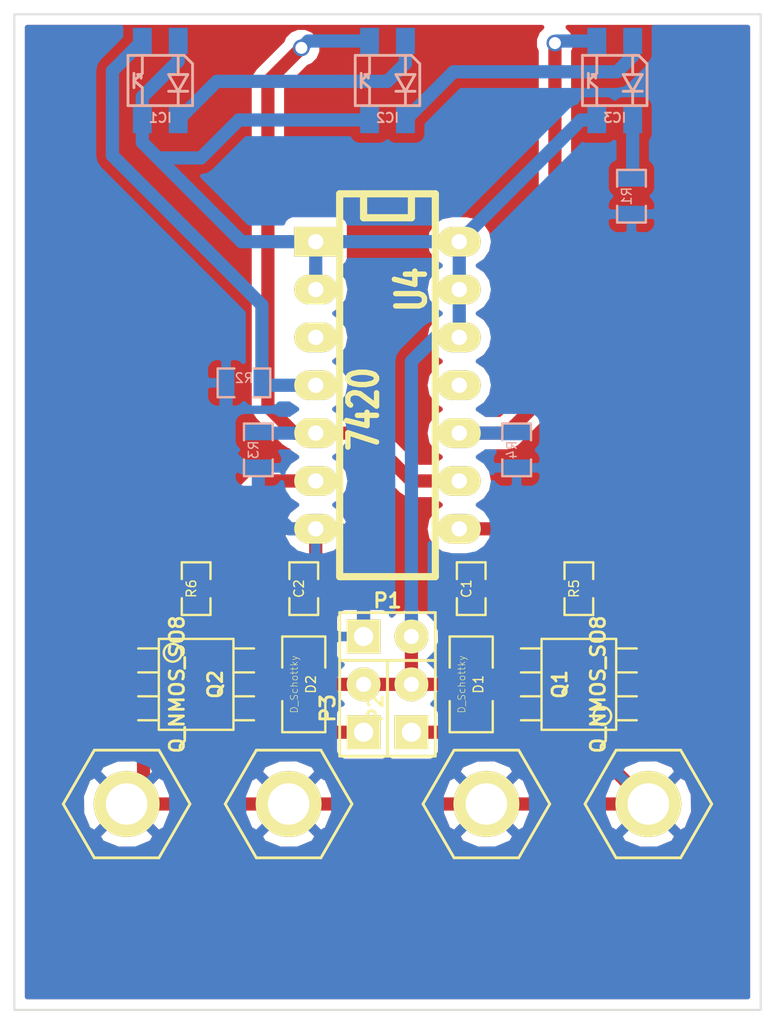
<source format=kicad_pcb>
(kicad_pcb (version 3) (host pcbnew "(2013-07-07 BZR 4022)-stable")

  (general
    (links 56)
    (no_connects 0)
    (area 86.741 52.578 127.889001 106.934001)
    (thickness 1.6)
    (drawings 4)
    (tracks 131)
    (zones 0)
    (modules 23)
    (nets 15)
  )

  (page A3)
  (layers
    (15 Gorna signal)
    (0 Dolna signal)
    (16 Kleju_Dolna user)
    (17 Kleju_Gorna user)
    (18 Pasty_Dolna user)
    (19 Pasty_Gorna user)
    (20 Opisowa_Dolna user)
    (21 Opisowa_Gorna user)
    (22 Maski_Dolna user)
    (23 Maski_Gorna user)
    (24 Rysunkowa user)
    (25 Komentarzy user)
    (26 ECO1 user)
    (27 ECO2 user)
    (28 Krawedziowa user)
  )

  (setup
    (last_trace_width 0.7)
    (user_trace_width 0.4)
    (user_trace_width 0.7)
    (trace_clearance 0.254)
    (zone_clearance 0.508)
    (zone_45_only no)
    (trace_min 0.254)
    (segment_width 0.2)
    (edge_width 0.1)
    (via_size 0.889)
    (via_drill 0.635)
    (via_min_size 0.889)
    (via_min_drill 0.508)
    (uvia_size 0.508)
    (uvia_drill 0.127)
    (uvias_allowed no)
    (uvia_min_size 0.508)
    (uvia_min_drill 0.127)
    (pcb_text_width 0.3)
    (pcb_text_size 1.5 1.5)
    (mod_edge_width 0.15)
    (mod_text_size 1 1)
    (mod_text_width 0.15)
    (pad_size 1 1.4)
    (pad_drill 0)
    (pad_to_mask_clearance 0.1)
    (aux_axis_origin 107.315 95.25)
    (visible_elements FFFFFFBF)
    (pcbplotparams
      (layerselection 3178497)
      (usegerberextensions true)
      (excludeedgelayer true)
      (linewidth 0.100000)
      (plotframeref false)
      (viasonmask false)
      (mode 1)
      (useauxorigin false)
      (hpglpennumber 1)
      (hpglpenspeed 20)
      (hpglpendiameter 15)
      (hpglpenoverlay 2)
      (psnegative false)
      (psa4output false)
      (plotreference true)
      (plotvalue true)
      (plotothertext true)
      (plotinvisibletext false)
      (padsonsilk false)
      (subtractmaskfromsilk false)
      (outputformat 1)
      (mirror false)
      (drillshape 1)
      (scaleselection 1)
      (outputdirectory ""))
  )

  (net 0 "")
  (net 1 /CZ_L)
  (net 2 /CZ_R)
  (net 3 /CZ_Ś)
  (net 4 /MOTOR_L)
  (net 5 /MOTOR_R)
  (net 6 /Y_L)
  (net 7 /Y_R)
  (net 8 GND)
  (net 9 N-0000013)
  (net 10 N-0000014)
  (net 11 N-000004)
  (net 12 N-000006)
  (net 13 N-000008)
  (net 14 VCC)

  (net_class Default "To jest domyślna klasa połączeń."
    (clearance 0.254)
    (trace_width 0.254)
    (via_dia 0.889)
    (via_drill 0.635)
    (uvia_dia 0.508)
    (uvia_drill 0.127)
    (add_net "")
    (add_net /CZ_L)
    (add_net /CZ_R)
    (add_net /CZ_Ś)
    (add_net /MOTOR_L)
    (add_net /MOTOR_R)
    (add_net /Y_L)
    (add_net /Y_R)
    (add_net GND)
    (add_net N-0000013)
    (add_net N-0000014)
    (add_net N-000004)
    (add_net N-000006)
    (add_net N-000008)
    (add_net VCC)
  )

  (module HOLE_2mm (layer Gorna) (tedit 567DB870) (tstamp 567E7D41)
    (at 93.46438 95.25)
    (descr "module 1 pin (ou trou mecanique de percage)")
    (tags DEV)
    (path /567DAC34)
    (fp_text reference P4 (at 0 -3.048) (layer Opisowa_Gorna) hide
      (effects (font (size 1.016 1.016) (thickness 0.254)))
    )
    (fp_text value CONN_1 (at 0 2.794) (layer Opisowa_Gorna) hide
      (effects (font (size 0.127 0.127) (thickness 0.03048)))
    )
    (fp_line (start -3.3655 0) (end -1.7145 -2.8575) (layer Opisowa_Gorna) (width 0.15))
    (fp_line (start -1.7145 -2.8575) (end 0 -2.8575) (layer Opisowa_Gorna) (width 0.15))
    (fp_line (start 3.3655 0) (end 1.7145 -2.8575) (layer Opisowa_Gorna) (width 0.15))
    (fp_line (start 1.7145 2.8575) (end 3.3655 0) (layer Opisowa_Gorna) (width 0.15))
    (fp_line (start 0 -2.8575) (end 1.7145 -2.8575) (layer Opisowa_Gorna) (width 0.15))
    (fp_line (start 1.7145 2.8575) (end -1.7145 2.8575) (layer Opisowa_Gorna) (width 0.15))
    (fp_line (start -3.3655 0) (end -1.7145 2.8575) (layer Opisowa_Gorna) (width 0.15))
    (pad 1 thru_hole circle (at 0 0) (size 3.5 3.5) (drill 2.2)
      (layers *.Cu *.Mask Opisowa_Gorna)
      (net 8 GND)
    )
  )

  (module KTIR0711S (layer Dolna) (tedit 567DB48E) (tstamp 567E7CEF)
    (at 95.25 56.85028)
    (descr SOT143R)
    (path /567DA786)
    (fp_text reference IC1 (at 0 1.9812) (layer Opisowa_Dolna)
      (effects (font (size 0.50038 0.50038) (thickness 0.09906)) (justify mirror))
    )
    (fp_text value KTIR0711S (at 0 0) (layer Opisowa_Dolna) hide
      (effects (font (size 0.50038 0.50038) (thickness 0.09906)) (justify mirror))
    )
    (fp_line (start -0.9525 0.381) (end -0.9525 1.3335) (layer Opisowa_Dolna) (width 0.15))
    (fp_line (start -0.9525 -0.381) (end -0.9525 -1.3335) (layer Opisowa_Dolna) (width 0.15))
    (fp_line (start -1.016 -0.3175) (end -1.016 -0.127) (layer Opisowa_Dolna) (width 0.15))
    (fp_line (start -1.2065 -0.3175) (end -1.016 -0.3175) (layer Opisowa_Dolna) (width 0.15))
    (fp_line (start -1.397 0) (end -0.9525 -0.381) (layer Opisowa_Dolna) (width 0.15))
    (fp_line (start -1.397 0) (end -0.9525 0.381) (layer Opisowa_Dolna) (width 0.15))
    (fp_line (start -1.397 0) (end -1.397 -0.381) (layer Opisowa_Dolna) (width 0.15))
    (fp_line (start -1.397 0) (end -1.397 0.381) (layer Opisowa_Dolna) (width 0.15))
    (fp_line (start 0.9525 0.5715) (end 0.9525 1.27) (layer Opisowa_Dolna) (width 0.15))
    (fp_line (start 0.9525 -0.635) (end 0.9525 -1.3335) (layer Opisowa_Dolna) (width 0.15))
    (fp_line (start 1.3335 0.5715) (end 1.4605 0.5715) (layer Opisowa_Dolna) (width 0.15))
    (fp_line (start 0.4445 0.5715) (end 0.5715 0.5715) (layer Opisowa_Dolna) (width 0.15))
    (fp_line (start 0.9525 0.5715) (end 1.3335 0.5715) (layer Opisowa_Dolna) (width 0.15))
    (fp_line (start 0.9525 0.5715) (end 0.5715 0.5715) (layer Opisowa_Dolna) (width 0.15))
    (fp_line (start 1.4605 -0.3175) (end 0.9525 0.5715) (layer Opisowa_Dolna) (width 0.15))
    (fp_line (start 1.3335 -0.3175) (end 1.4605 -0.3175) (layer Opisowa_Dolna) (width 0.15))
    (fp_line (start 0.4445 -0.3175) (end 0.9525 0.5715) (layer Opisowa_Dolna) (width 0.15))
    (fp_line (start 0.5715 -0.3175) (end 0.4445 -0.3175) (layer Opisowa_Dolna) (width 0.15))
    (fp_line (start 0.6985 -0.3175) (end 0.5715 -0.3175) (layer Opisowa_Dolna) (width 0.15))
    (fp_line (start 1.2065 -0.3175) (end 1.3335 -0.3175) (layer Opisowa_Dolna) (width 0.15))
    (fp_line (start 0.9525 -0.3175) (end 1.2065 -0.3175) (layer Opisowa_Dolna) (width 0.15))
    (fp_line (start 0.9525 -0.3175) (end 0.6985 -0.3175) (layer Opisowa_Dolna) (width 0.15))
    (fp_line (start 0.9525 -0.4445) (end 0.9525 -0.3175) (layer Opisowa_Dolna) (width 0.15))
    (fp_line (start 0.9525 -0.635) (end 0.9525 -0.4445) (layer Opisowa_Dolna) (width 0.15))
    (fp_line (start 1.7145 -0.889) (end 1.7145 1.3335) (layer Opisowa_Dolna) (width 0.15))
    (fp_line (start 1.27 -1.3335) (end -1.7145 -1.3335) (layer Opisowa_Dolna) (width 0.15))
    (fp_line (start 1.27 -1.3335) (end 1.7145 -0.889) (layer Opisowa_Dolna) (width 0.15))
    (fp_line (start -1.7145 -1.3335) (end -1.7145 1.3335) (layer Opisowa_Dolna) (width 0.15))
    (fp_line (start -1.7145 1.3335) (end 1.7145 1.3335) (layer Opisowa_Dolna) (width 0.15))
    (pad 2 smd rect (at -0.9525 -2.0955) (size 1 1.4)
      (layers Dolna Pasty_Dolna Maski_Dolna)
      (net 1 /CZ_L)
    )
    (pad 4 smd rect (at 0.9525 2.0955) (size 1 1.4)
      (layers Dolna Pasty_Dolna Maski_Dolna)
      (net 11 N-000004)
    )
    (pad 1 smd rect (at 0.9525 -2.0955) (size 1 1.4)
      (layers Dolna Pasty_Dolna Maski_Dolna)
      (net 14 VCC)
    )
    (pad 3 smd rect (at -0.9525 2.0955) (size 1 1.4)
      (layers Dolna Pasty_Dolna Maski_Dolna)
      (net 14 VCC)
    )
    (model smd/smd_transistors/sot143r.wrl
      (at (xyz 0 0 0))
      (scale (xyz 1 1.6 1))
      (rotate (xyz 0 0 0))
    )
  )

  (module so-8 (layer Gorna) (tedit 48A6C16E) (tstamp 567D8B94)
    (at 117.475 88.9 90)
    (descr SO-8)
    (path /5674DE2E)
    (fp_text reference Q1 (at 0 -1.016 90) (layer Opisowa_Gorna)
      (effects (font (size 0.7493 0.7493) (thickness 0.14986)))
    )
    (fp_text value Q_NMOS_SO8 (at 0 1.016 90) (layer Opisowa_Gorna)
      (effects (font (size 0.7493 0.7493) (thickness 0.14986)))
    )
    (fp_line (start -2.413 -1.9812) (end -2.413 1.9812) (layer Opisowa_Gorna) (width 0.127))
    (fp_line (start -2.413 1.9812) (end 2.413 1.9812) (layer Opisowa_Gorna) (width 0.127))
    (fp_line (start 2.413 1.9812) (end 2.413 -1.9812) (layer Opisowa_Gorna) (width 0.127))
    (fp_line (start 2.413 -1.9812) (end -2.413 -1.9812) (layer Opisowa_Gorna) (width 0.127))
    (fp_line (start -1.905 -1.9812) (end -1.905 -3.0734) (layer Opisowa_Gorna) (width 0.127))
    (fp_line (start -0.635 -1.9812) (end -0.635 -3.0734) (layer Opisowa_Gorna) (width 0.127))
    (fp_line (start 0.635 -1.9812) (end 0.635 -3.0734) (layer Opisowa_Gorna) (width 0.127))
    (fp_line (start 1.905 -3.0734) (end 1.905 -1.9812) (layer Opisowa_Gorna) (width 0.127))
    (fp_line (start 1.905 1.9812) (end 1.905 3.0734) (layer Opisowa_Gorna) (width 0.127))
    (fp_line (start 0.635 3.0734) (end 0.635 1.9812) (layer Opisowa_Gorna) (width 0.127))
    (fp_line (start -0.635 3.0734) (end -0.635 1.9812) (layer Opisowa_Gorna) (width 0.127))
    (fp_line (start -1.905 3.0734) (end -1.905 1.9812) (layer Opisowa_Gorna) (width 0.127))
    (fp_circle (center -1.6764 1.2446) (end -1.9558 1.6256) (layer Opisowa_Gorna) (width 0.127))
    (pad 1 smd rect (at -1.905 2.794 90) (size 0.635 1.27)
      (layers Gorna Pasty_Gorna Maski_Gorna)
      (net 9 N-0000013)
    )
    (pad 2 smd rect (at -0.635 2.794 90) (size 0.635 1.27)
      (layers Gorna Pasty_Gorna Maski_Gorna)
      (net 8 GND)
    )
    (pad 3 smd rect (at 0.635 2.794 90) (size 0.635 1.27)
      (layers Gorna Pasty_Gorna Maski_Gorna)
      (net 8 GND)
    )
    (pad 4 smd rect (at 1.905 2.794 90) (size 0.635 1.27)
      (layers Gorna Pasty_Gorna Maski_Gorna)
      (net 8 GND)
    )
    (pad 5 smd rect (at 1.905 -2.794 90) (size 0.635 1.27)
      (layers Gorna Pasty_Gorna Maski_Gorna)
      (net 5 /MOTOR_R)
    )
    (pad 6 smd rect (at 0.635 -2.794 90) (size 0.635 1.27)
      (layers Gorna Pasty_Gorna Maski_Gorna)
      (net 5 /MOTOR_R)
    )
    (pad 7 smd rect (at -0.635 -2.794 90) (size 0.635 1.27)
      (layers Gorna Pasty_Gorna Maski_Gorna)
      (net 5 /MOTOR_R)
    )
    (pad 8 smd rect (at -1.905 -2.794 90) (size 0.635 1.27)
      (layers Gorna Pasty_Gorna Maski_Gorna)
      (net 5 /MOTOR_R)
    )
    (model smd/smd_dil/so-8.wrl
      (at (xyz 0 0 0))
      (scale (xyz 1 1 1))
      (rotate (xyz 0 0 0))
    )
  )

  (module so-8 (layer Gorna) (tedit 48A6C16E) (tstamp 567D8964)
    (at 97.155 88.9 270)
    (descr SO-8)
    (path /5674DFA2)
    (fp_text reference Q2 (at 0 -1.016 270) (layer Opisowa_Gorna)
      (effects (font (size 0.7493 0.7493) (thickness 0.14986)))
    )
    (fp_text value Q_NMOS_SO8 (at 0 1.016 270) (layer Opisowa_Gorna)
      (effects (font (size 0.7493 0.7493) (thickness 0.14986)))
    )
    (fp_line (start -2.413 -1.9812) (end -2.413 1.9812) (layer Opisowa_Gorna) (width 0.127))
    (fp_line (start -2.413 1.9812) (end 2.413 1.9812) (layer Opisowa_Gorna) (width 0.127))
    (fp_line (start 2.413 1.9812) (end 2.413 -1.9812) (layer Opisowa_Gorna) (width 0.127))
    (fp_line (start 2.413 -1.9812) (end -2.413 -1.9812) (layer Opisowa_Gorna) (width 0.127))
    (fp_line (start -1.905 -1.9812) (end -1.905 -3.0734) (layer Opisowa_Gorna) (width 0.127))
    (fp_line (start -0.635 -1.9812) (end -0.635 -3.0734) (layer Opisowa_Gorna) (width 0.127))
    (fp_line (start 0.635 -1.9812) (end 0.635 -3.0734) (layer Opisowa_Gorna) (width 0.127))
    (fp_line (start 1.905 -3.0734) (end 1.905 -1.9812) (layer Opisowa_Gorna) (width 0.127))
    (fp_line (start 1.905 1.9812) (end 1.905 3.0734) (layer Opisowa_Gorna) (width 0.127))
    (fp_line (start 0.635 3.0734) (end 0.635 1.9812) (layer Opisowa_Gorna) (width 0.127))
    (fp_line (start -0.635 3.0734) (end -0.635 1.9812) (layer Opisowa_Gorna) (width 0.127))
    (fp_line (start -1.905 3.0734) (end -1.905 1.9812) (layer Opisowa_Gorna) (width 0.127))
    (fp_circle (center -1.6764 1.2446) (end -1.9558 1.6256) (layer Opisowa_Gorna) (width 0.127))
    (pad 1 smd rect (at -1.905 2.794 270) (size 0.635 1.27)
      (layers Gorna Pasty_Gorna Maski_Gorna)
      (net 10 N-0000014)
    )
    (pad 2 smd rect (at -0.635 2.794 270) (size 0.635 1.27)
      (layers Gorna Pasty_Gorna Maski_Gorna)
      (net 8 GND)
    )
    (pad 3 smd rect (at 0.635 2.794 270) (size 0.635 1.27)
      (layers Gorna Pasty_Gorna Maski_Gorna)
      (net 8 GND)
    )
    (pad 4 smd rect (at 1.905 2.794 270) (size 0.635 1.27)
      (layers Gorna Pasty_Gorna Maski_Gorna)
      (net 8 GND)
    )
    (pad 5 smd rect (at 1.905 -2.794 270) (size 0.635 1.27)
      (layers Gorna Pasty_Gorna Maski_Gorna)
      (net 4 /MOTOR_L)
    )
    (pad 6 smd rect (at 0.635 -2.794 270) (size 0.635 1.27)
      (layers Gorna Pasty_Gorna Maski_Gorna)
      (net 4 /MOTOR_L)
    )
    (pad 7 smd rect (at -0.635 -2.794 270) (size 0.635 1.27)
      (layers Gorna Pasty_Gorna Maski_Gorna)
      (net 4 /MOTOR_L)
    )
    (pad 8 smd rect (at -1.905 -2.794 270) (size 0.635 1.27)
      (layers Gorna Pasty_Gorna Maski_Gorna)
      (net 4 /MOTOR_L)
    )
    (model smd/smd_dil/so-8.wrl
      (at (xyz 0 0 0))
      (scale (xyz 1 1 1))
      (rotate (xyz 0 0 0))
    )
  )

  (module SM1206 (layer Gorna) (tedit 4F22E74B) (tstamp 567D8970)
    (at 102.87 88.9 270)
    (path /56758B65)
    (attr smd)
    (fp_text reference D2 (at 0 -0.381 270) (layer Opisowa_Gorna)
      (effects (font (size 0.508 0.508) (thickness 0.0762)))
    )
    (fp_text value D_Schottky (at 0 0.508 270) (layer Opisowa_Gorna)
      (effects (font (size 0.381 0.381) (thickness 0.03048)))
    )
    (fp_line (start -2.54 -1.143) (end -2.54 1.143) (layer Opisowa_Gorna) (width 0.127))
    (fp_line (start -2.54 1.143) (end -0.889 1.143) (layer Opisowa_Gorna) (width 0.127))
    (fp_line (start 0.889 -1.143) (end 2.54 -1.143) (layer Opisowa_Gorna) (width 0.127))
    (fp_line (start 2.54 -1.143) (end 2.54 1.143) (layer Opisowa_Gorna) (width 0.127))
    (fp_line (start 2.54 1.143) (end 0.889 1.143) (layer Opisowa_Gorna) (width 0.127))
    (fp_line (start -0.889 -1.143) (end -2.54 -1.143) (layer Opisowa_Gorna) (width 0.127))
    (pad 1 smd rect (at -1.651 0 270) (size 1.524 2.032)
      (layers Gorna Pasty_Gorna Maski_Gorna)
      (net 14 VCC)
    )
    (pad 2 smd rect (at 1.651 0 270) (size 1.524 2.032)
      (layers Gorna Pasty_Gorna Maski_Gorna)
      (net 4 /MOTOR_L)
    )
    (model smd/chip_cms.wrl
      (at (xyz 0 0 0.001))
      (scale (xyz 0.17 0.16 0.16))
      (rotate (xyz 0 0 0))
    )
  )

  (module SM1206 (layer Gorna) (tedit 4F22E74B) (tstamp 567D897C)
    (at 111.76 88.9 270)
    (path /56758689)
    (attr smd)
    (fp_text reference D1 (at 0 -0.381 270) (layer Opisowa_Gorna)
      (effects (font (size 0.508 0.508) (thickness 0.0762)))
    )
    (fp_text value D_Schottky (at 0 0.508 270) (layer Opisowa_Gorna)
      (effects (font (size 0.381 0.381) (thickness 0.03048)))
    )
    (fp_line (start -2.54 -1.143) (end -2.54 1.143) (layer Opisowa_Gorna) (width 0.127))
    (fp_line (start -2.54 1.143) (end -0.889 1.143) (layer Opisowa_Gorna) (width 0.127))
    (fp_line (start 0.889 -1.143) (end 2.54 -1.143) (layer Opisowa_Gorna) (width 0.127))
    (fp_line (start 2.54 -1.143) (end 2.54 1.143) (layer Opisowa_Gorna) (width 0.127))
    (fp_line (start 2.54 1.143) (end 0.889 1.143) (layer Opisowa_Gorna) (width 0.127))
    (fp_line (start -0.889 -1.143) (end -2.54 -1.143) (layer Opisowa_Gorna) (width 0.127))
    (pad 1 smd rect (at -1.651 0 270) (size 1.524 2.032)
      (layers Gorna Pasty_Gorna Maski_Gorna)
      (net 14 VCC)
    )
    (pad 2 smd rect (at 1.651 0 270) (size 1.524 2.032)
      (layers Gorna Pasty_Gorna Maski_Gorna)
      (net 5 /MOTOR_R)
    )
    (model smd/chip_cms.wrl
      (at (xyz 0 0 0.001))
      (scale (xyz 0.17 0.16 0.16))
      (rotate (xyz 0 0 0))
    )
  )

  (module SM0805 (layer Gorna) (tedit 4FA505D3) (tstamp 567D8988)
    (at 97.155 83.82 90)
    (path /5674E575)
    (attr smd)
    (fp_text reference R6 (at 0 -0.254 90) (layer Opisowa_Gorna)
      (effects (font (size 0.508 0.508) (thickness 0.0762)))
    )
    (fp_text value R (at 0 0.381 90) (layer Opisowa_Gorna) hide
      (effects (font (size 0.508 0.508) (thickness 0.03048)))
    )
    (fp_line (start 1.397 0.762) (end 0.508 0.762) (layer Opisowa_Gorna) (width 0.127))
    (fp_line (start 1.397 -0.762) (end 0.508 -0.762) (layer Opisowa_Gorna) (width 0.127))
    (fp_line (start -1.397 0.762) (end -0.508 0.762) (layer Opisowa_Gorna) (width 0.127))
    (fp_line (start -1.397 -0.762) (end -0.508 -0.762) (layer Opisowa_Gorna) (width 0.127))
    (fp_line (start -1.397 -0.762) (end -1.397 0.762) (layer Opisowa_Gorna) (width 0.127))
    (fp_line (start 1.397 -0.762) (end 1.397 0.762) (layer Opisowa_Gorna) (width 0.127))
    (pad 1 smd rect (at -0.9525 0 90) (size 0.889 1.397)
      (layers Gorna Pasty_Gorna Maski_Gorna)
      (net 10 N-0000014)
    )
    (pad 2 smd rect (at 0.9525 0 90) (size 0.889 1.397)
      (layers Gorna Pasty_Gorna Maski_Gorna)
      (net 6 /Y_L)
    )
    (model smd/chip_cms.wrl
      (at (xyz 0 0 0))
      (scale (xyz 0.1 0.1 0.1))
      (rotate (xyz 0 0 0))
    )
  )

  (module SM0805 (layer Dolna) (tedit 4FA505D3) (tstamp 567D8994)
    (at 100.457 76.454 270)
    (path /567D89A3)
    (attr smd)
    (fp_text reference R3 (at 0 0.254 270) (layer Opisowa_Dolna)
      (effects (font (size 0.508 0.508) (thickness 0.0762)) (justify mirror))
    )
    (fp_text value R (at 0 -0.381 270) (layer Opisowa_Dolna) hide
      (effects (font (size 0.508 0.508) (thickness 0.03048)) (justify mirror))
    )
    (fp_line (start 1.397 -0.762) (end 0.508 -0.762) (layer Opisowa_Dolna) (width 0.127))
    (fp_line (start 1.397 0.762) (end 0.508 0.762) (layer Opisowa_Dolna) (width 0.127))
    (fp_line (start -1.397 -0.762) (end -0.508 -0.762) (layer Opisowa_Dolna) (width 0.127))
    (fp_line (start -1.397 0.762) (end -0.508 0.762) (layer Opisowa_Dolna) (width 0.127))
    (fp_line (start -1.397 0.762) (end -1.397 -0.762) (layer Opisowa_Dolna) (width 0.127))
    (fp_line (start 1.397 0.762) (end 1.397 -0.762) (layer Opisowa_Dolna) (width 0.127))
    (pad 1 smd rect (at -0.9525 0 270) (size 0.889 1.397)
      (layers Dolna Pasty_Dolna Maski_Dolna)
      (net 3 /CZ_Ś)
    )
    (pad 2 smd rect (at 0.9525 0 270) (size 0.889 1.397)
      (layers Dolna Pasty_Dolna Maski_Dolna)
      (net 8 GND)
    )
    (model smd/chip_cms.wrl
      (at (xyz 0 0 0))
      (scale (xyz 0.1 0.1 0.1))
      (rotate (xyz 0 0 0))
    )
  )

  (module SM0805 (layer Dolna) (tedit 4FA505D3) (tstamp 567D8D01)
    (at 114.173 76.454 270)
    (path /567D8996)
    (attr smd)
    (fp_text reference R4 (at 0 0.254 270) (layer Opisowa_Dolna)
      (effects (font (size 0.508 0.508) (thickness 0.0762)) (justify mirror))
    )
    (fp_text value R (at 0 -0.381 270) (layer Opisowa_Dolna) hide
      (effects (font (size 0.508 0.508) (thickness 0.03048)) (justify mirror))
    )
    (fp_line (start 1.397 -0.762) (end 0.508 -0.762) (layer Opisowa_Dolna) (width 0.127))
    (fp_line (start 1.397 0.762) (end 0.508 0.762) (layer Opisowa_Dolna) (width 0.127))
    (fp_line (start -1.397 -0.762) (end -0.508 -0.762) (layer Opisowa_Dolna) (width 0.127))
    (fp_line (start -1.397 0.762) (end -0.508 0.762) (layer Opisowa_Dolna) (width 0.127))
    (fp_line (start -1.397 0.762) (end -1.397 -0.762) (layer Opisowa_Dolna) (width 0.127))
    (fp_line (start 1.397 0.762) (end 1.397 -0.762) (layer Opisowa_Dolna) (width 0.127))
    (pad 1 smd rect (at -0.9525 0 270) (size 0.889 1.397)
      (layers Dolna Pasty_Dolna Maski_Dolna)
      (net 2 /CZ_R)
    )
    (pad 2 smd rect (at 0.9525 0 270) (size 0.889 1.397)
      (layers Dolna Pasty_Dolna Maski_Dolna)
      (net 8 GND)
    )
    (model smd/chip_cms.wrl
      (at (xyz 0 0 0))
      (scale (xyz 0.1 0.1 0.1))
      (rotate (xyz 0 0 0))
    )
  )

  (module SM0805 (layer Gorna) (tedit 4FA505D3) (tstamp 567D89AC)
    (at 111.76 83.82 90)
    (path /5674D155)
    (attr smd)
    (fp_text reference C1 (at 0 -0.254 90) (layer Opisowa_Gorna)
      (effects (font (size 0.508 0.508) (thickness 0.0762)))
    )
    (fp_text value C (at 0 0.381 90) (layer Opisowa_Gorna) hide
      (effects (font (size 0.508 0.508) (thickness 0.03048)))
    )
    (fp_line (start 1.397 0.762) (end 0.508 0.762) (layer Opisowa_Gorna) (width 0.127))
    (fp_line (start 1.397 -0.762) (end 0.508 -0.762) (layer Opisowa_Gorna) (width 0.127))
    (fp_line (start -1.397 0.762) (end -0.508 0.762) (layer Opisowa_Gorna) (width 0.127))
    (fp_line (start -1.397 -0.762) (end -0.508 -0.762) (layer Opisowa_Gorna) (width 0.127))
    (fp_line (start -1.397 -0.762) (end -1.397 0.762) (layer Opisowa_Gorna) (width 0.127))
    (fp_line (start 1.397 -0.762) (end 1.397 0.762) (layer Opisowa_Gorna) (width 0.127))
    (pad 1 smd rect (at -0.9525 0 90) (size 0.889 1.397)
      (layers Gorna Pasty_Gorna Maski_Gorna)
      (net 14 VCC)
    )
    (pad 2 smd rect (at 0.9525 0 90) (size 0.889 1.397)
      (layers Gorna Pasty_Gorna Maski_Gorna)
      (net 8 GND)
    )
    (model smd/chip_cms.wrl
      (at (xyz 0 0 0))
      (scale (xyz 0.1 0.1 0.1))
      (rotate (xyz 0 0 0))
    )
  )

  (module SM0805 (layer Gorna) (tedit 4FA505D3) (tstamp 567D89B8)
    (at 102.87 83.82 90)
    (path /56758206)
    (attr smd)
    (fp_text reference C2 (at 0 -0.254 90) (layer Opisowa_Gorna)
      (effects (font (size 0.508 0.508) (thickness 0.0762)))
    )
    (fp_text value C (at 0 0.381 90) (layer Opisowa_Gorna) hide
      (effects (font (size 0.508 0.508) (thickness 0.03048)))
    )
    (fp_line (start 1.397 0.762) (end 0.508 0.762) (layer Opisowa_Gorna) (width 0.127))
    (fp_line (start 1.397 -0.762) (end 0.508 -0.762) (layer Opisowa_Gorna) (width 0.127))
    (fp_line (start -1.397 0.762) (end -0.508 0.762) (layer Opisowa_Gorna) (width 0.127))
    (fp_line (start -1.397 -0.762) (end -0.508 -0.762) (layer Opisowa_Gorna) (width 0.127))
    (fp_line (start -1.397 -0.762) (end -1.397 0.762) (layer Opisowa_Gorna) (width 0.127))
    (fp_line (start 1.397 -0.762) (end 1.397 0.762) (layer Opisowa_Gorna) (width 0.127))
    (pad 1 smd rect (at -0.9525 0 90) (size 0.889 1.397)
      (layers Gorna Pasty_Gorna Maski_Gorna)
      (net 14 VCC)
    )
    (pad 2 smd rect (at 0.9525 0 90) (size 0.889 1.397)
      (layers Gorna Pasty_Gorna Maski_Gorna)
      (net 8 GND)
    )
    (model smd/chip_cms.wrl
      (at (xyz 0 0 0))
      (scale (xyz 0.1 0.1 0.1))
      (rotate (xyz 0 0 0))
    )
  )

  (module SM0805 (layer Gorna) (tedit 4FA505D3) (tstamp 567D8E2C)
    (at 117.475 83.82 90)
    (path /5674E3E6)
    (attr smd)
    (fp_text reference R5 (at 0 -0.254 90) (layer Opisowa_Gorna)
      (effects (font (size 0.508 0.508) (thickness 0.0762)))
    )
    (fp_text value R (at 0 0.381 90) (layer Opisowa_Gorna) hide
      (effects (font (size 0.508 0.508) (thickness 0.03048)))
    )
    (fp_line (start 1.397 0.762) (end 0.508 0.762) (layer Opisowa_Gorna) (width 0.127))
    (fp_line (start 1.397 -0.762) (end 0.508 -0.762) (layer Opisowa_Gorna) (width 0.127))
    (fp_line (start -1.397 0.762) (end -0.508 0.762) (layer Opisowa_Gorna) (width 0.127))
    (fp_line (start -1.397 -0.762) (end -0.508 -0.762) (layer Opisowa_Gorna) (width 0.127))
    (fp_line (start -1.397 -0.762) (end -1.397 0.762) (layer Opisowa_Gorna) (width 0.127))
    (fp_line (start 1.397 -0.762) (end 1.397 0.762) (layer Opisowa_Gorna) (width 0.127))
    (pad 1 smd rect (at -0.9525 0 90) (size 0.889 1.397)
      (layers Gorna Pasty_Gorna Maski_Gorna)
      (net 9 N-0000013)
    )
    (pad 2 smd rect (at 0.9525 0 90) (size 0.889 1.397)
      (layers Gorna Pasty_Gorna Maski_Gorna)
      (net 7 /Y_R)
    )
    (model smd/chip_cms.wrl
      (at (xyz 0 0 0))
      (scale (xyz 0.1 0.1 0.1))
      (rotate (xyz 0 0 0))
    )
  )

  (module SM0805 (layer Dolna) (tedit 4FA505D3) (tstamp 567D8C56)
    (at 120.269 62.992 270)
    (path /5674CA8B)
    (attr smd)
    (fp_text reference R1 (at 0 0.254 270) (layer Opisowa_Dolna)
      (effects (font (size 0.508 0.508) (thickness 0.0762)) (justify mirror))
    )
    (fp_text value R (at 0 -0.381 270) (layer Opisowa_Dolna) hide
      (effects (font (size 0.508 0.508) (thickness 0.03048)) (justify mirror))
    )
    (fp_line (start 1.397 -0.762) (end 0.508 -0.762) (layer Opisowa_Dolna) (width 0.127))
    (fp_line (start 1.397 0.762) (end 0.508 0.762) (layer Opisowa_Dolna) (width 0.127))
    (fp_line (start -1.397 -0.762) (end -0.508 -0.762) (layer Opisowa_Dolna) (width 0.127))
    (fp_line (start -1.397 0.762) (end -0.508 0.762) (layer Opisowa_Dolna) (width 0.127))
    (fp_line (start -1.397 0.762) (end -1.397 -0.762) (layer Opisowa_Dolna) (width 0.127))
    (fp_line (start 1.397 0.762) (end 1.397 -0.762) (layer Opisowa_Dolna) (width 0.127))
    (pad 1 smd rect (at -0.9525 0 270) (size 0.889 1.397)
      (layers Dolna Pasty_Dolna Maski_Dolna)
      (net 13 N-000008)
    )
    (pad 2 smd rect (at 0.9525 0 270) (size 0.889 1.397)
      (layers Dolna Pasty_Dolna Maski_Dolna)
      (net 8 GND)
    )
    (model smd/chip_cms.wrl
      (at (xyz 0 0 0))
      (scale (xyz 0.1 0.1 0.1))
      (rotate (xyz 0 0 0))
    )
  )

  (module SM0805 (layer Dolna) (tedit 4FA505D3) (tstamp 567D89DC)
    (at 99.695 72.898 180)
    (path /5674A7AB)
    (attr smd)
    (fp_text reference R2 (at 0 0.254 180) (layer Opisowa_Dolna)
      (effects (font (size 0.508 0.508) (thickness 0.0762)) (justify mirror))
    )
    (fp_text value R (at 0 -0.381 180) (layer Opisowa_Dolna) hide
      (effects (font (size 0.508 0.508) (thickness 0.03048)) (justify mirror))
    )
    (fp_line (start 1.397 -0.762) (end 0.508 -0.762) (layer Opisowa_Dolna) (width 0.127))
    (fp_line (start 1.397 0.762) (end 0.508 0.762) (layer Opisowa_Dolna) (width 0.127))
    (fp_line (start -1.397 -0.762) (end -0.508 -0.762) (layer Opisowa_Dolna) (width 0.127))
    (fp_line (start -1.397 0.762) (end -0.508 0.762) (layer Opisowa_Dolna) (width 0.127))
    (fp_line (start -1.397 0.762) (end -1.397 -0.762) (layer Opisowa_Dolna) (width 0.127))
    (fp_line (start 1.397 0.762) (end 1.397 -0.762) (layer Opisowa_Dolna) (width 0.127))
    (pad 1 smd rect (at -0.9525 0 180) (size 0.889 1.397)
      (layers Dolna Pasty_Dolna Maski_Dolna)
      (net 1 /CZ_L)
    )
    (pad 2 smd rect (at 0.9525 0 180) (size 0.889 1.397)
      (layers Dolna Pasty_Dolna Maski_Dolna)
      (net 8 GND)
    )
    (model smd/chip_cms.wrl
      (at (xyz 0 0 0))
      (scale (xyz 0.1 0.1 0.1))
      (rotate (xyz 0 0 0))
    )
  )

  (module PIN_ARRAY_2X1 (layer Gorna) (tedit 4B9142F1) (tstamp 567D8A0A)
    (at 107.315 86.36)
    (descr "Connecteurs 2 pins")
    (tags "CONN DEV")
    (path /5674F8D5)
    (fp_text reference P1 (at 0 -1.905) (layer Opisowa_Gorna)
      (effects (font (size 0.762 0.762) (thickness 0.1524)))
    )
    (fp_text value CONN_01X02 (at 0 -1.905) (layer Opisowa_Gorna) hide
      (effects (font (size 0.127 0.127) (thickness 0.03048)))
    )
    (fp_line (start -2.54 1.27) (end -2.54 -1.27) (layer Opisowa_Gorna) (width 0.1524))
    (fp_line (start -2.54 -1.27) (end 2.54 -1.27) (layer Opisowa_Gorna) (width 0.1524))
    (fp_line (start 2.54 -1.27) (end 2.54 1.27) (layer Opisowa_Gorna) (width 0.1524))
    (fp_line (start 2.54 1.27) (end -2.54 1.27) (layer Opisowa_Gorna) (width 0.1524))
    (pad 1 thru_hole rect (at -1.27 0) (size 1.80086 1.80086) (drill 1.016)
      (layers *.Cu *.Mask Opisowa_Gorna)
      (net 8 GND)
    )
    (pad 2 thru_hole circle (at 1.27 0) (size 1.80086 1.80086) (drill 0.8001)
      (layers *.Cu *.Mask Opisowa_Gorna)
      (net 14 VCC)
    )
    (model pin_array/pins_array_2x1.wrl
      (at (xyz 0 0 0))
      (scale (xyz 1 1 1))
      (rotate (xyz 0 0 0))
    )
  )

  (module PIN_ARRAY_2X1 (layer Gorna) (tedit 4B9142F1) (tstamp 567D8A14)
    (at 108.585 90.17 90)
    (descr "Connecteurs 2 pins")
    (tags "CONN DEV")
    (path /5674FBF8)
    (fp_text reference P2 (at 0 -1.905 90) (layer Opisowa_Gorna)
      (effects (font (size 0.762 0.762) (thickness 0.1524)))
    )
    (fp_text value CONN_01X02 (at 0 -1.905 90) (layer Opisowa_Gorna) hide
      (effects (font (size 0.127 0.127) (thickness 0.03048)))
    )
    (fp_line (start -2.54 1.27) (end -2.54 -1.27) (layer Opisowa_Gorna) (width 0.1524))
    (fp_line (start -2.54 -1.27) (end 2.54 -1.27) (layer Opisowa_Gorna) (width 0.1524))
    (fp_line (start 2.54 -1.27) (end 2.54 1.27) (layer Opisowa_Gorna) (width 0.1524))
    (fp_line (start 2.54 1.27) (end -2.54 1.27) (layer Opisowa_Gorna) (width 0.1524))
    (pad 1 thru_hole rect (at -1.27 0 90) (size 1.80086 1.80086) (drill 1.016)
      (layers *.Cu *.Mask Opisowa_Gorna)
      (net 5 /MOTOR_R)
    )
    (pad 2 thru_hole circle (at 1.27 0 90) (size 1.80086 1.80086) (drill 0.8001)
      (layers *.Cu *.Mask Opisowa_Gorna)
      (net 14 VCC)
    )
    (model packages3d/pin_array/pins_array_2x1.wrl
      (at (xyz 0 0 0))
      (scale (xyz 1 1 1))
      (rotate (xyz 0 0 0))
    )
  )

  (module PIN_ARRAY_2X1 (layer Gorna) (tedit 4B9142F1) (tstamp 567D8A1E)
    (at 106.045 90.17 90)
    (descr "Connecteurs 2 pins")
    (tags "CONN DEV")
    (path /5674FD40)
    (fp_text reference P3 (at 0 -1.905 90) (layer Opisowa_Gorna)
      (effects (font (size 0.762 0.762) (thickness 0.1524)))
    )
    (fp_text value CONN_01X02 (at 0 -1.905 90) (layer Opisowa_Gorna) hide
      (effects (font (size 0.127 0.127) (thickness 0.03048)))
    )
    (fp_line (start -2.54 1.27) (end -2.54 -1.27) (layer Opisowa_Gorna) (width 0.1524))
    (fp_line (start -2.54 -1.27) (end 2.54 -1.27) (layer Opisowa_Gorna) (width 0.1524))
    (fp_line (start 2.54 -1.27) (end 2.54 1.27) (layer Opisowa_Gorna) (width 0.1524))
    (fp_line (start 2.54 1.27) (end -2.54 1.27) (layer Opisowa_Gorna) (width 0.1524))
    (pad 1 thru_hole rect (at -1.27 0 90) (size 1.80086 1.80086) (drill 1.016)
      (layers *.Cu *.Mask Opisowa_Gorna)
      (net 4 /MOTOR_L)
    )
    (pad 2 thru_hole circle (at 1.27 0 90) (size 1.80086 1.80086) (drill 0.8001)
      (layers *.Cu *.Mask Opisowa_Gorna)
      (net 14 VCC)
    )
    (model pin_array/pins_array_2x1.wrl
      (at (xyz 0 0 0))
      (scale (xyz 1 1 1))
      (rotate (xyz 0 0 0))
    )
  )

  (module DIP-14__300_ELL (layer Gorna) (tedit 4D654E15) (tstamp 567D8A37)
    (at 107.315 73.025 270)
    (descr "14 pins DIL package, elliptical pads")
    (tags DIL)
    (path /5674A4CA)
    (fp_text reference U4 (at -5.08 -1.27 270) (layer Opisowa_Gorna)
      (effects (font (size 1.524 1.143) (thickness 0.3048)))
    )
    (fp_text value 7420 (at 1.27 1.27 270) (layer Opisowa_Gorna)
      (effects (font (size 1.524 1.143) (thickness 0.3048)))
    )
    (fp_line (start -10.16 -2.54) (end 10.16 -2.54) (layer Opisowa_Gorna) (width 0.381))
    (fp_line (start 10.16 2.54) (end -10.16 2.54) (layer Opisowa_Gorna) (width 0.381))
    (fp_line (start -10.16 2.54) (end -10.16 -2.54) (layer Opisowa_Gorna) (width 0.381))
    (fp_line (start -10.16 -1.27) (end -8.89 -1.27) (layer Opisowa_Gorna) (width 0.381))
    (fp_line (start -8.89 -1.27) (end -8.89 1.27) (layer Opisowa_Gorna) (width 0.381))
    (fp_line (start -8.89 1.27) (end -10.16 1.27) (layer Opisowa_Gorna) (width 0.381))
    (fp_line (start 10.16 -2.54) (end 10.16 2.54) (layer Opisowa_Gorna) (width 0.381))
    (pad 1 thru_hole rect (at -7.62 3.81 270) (size 1.5748 2.286) (drill 0.8128)
      (layers *.Cu *.Mask Opisowa_Gorna)
      (net 14 VCC)
    )
    (pad 2 thru_hole oval (at -5.08 3.81 270) (size 1.5748 2.286) (drill 0.8128)
      (layers *.Cu *.Mask Opisowa_Gorna)
      (net 14 VCC)
    )
    (pad 3 thru_hole oval (at -2.54 3.81 270) (size 1.5748 2.286) (drill 0.8128)
      (layers *.Cu *.Mask Opisowa_Gorna)
    )
    (pad 4 thru_hole oval (at 0 3.81 270) (size 1.5748 2.286) (drill 0.8128)
      (layers *.Cu *.Mask Opisowa_Gorna)
      (net 1 /CZ_L)
    )
    (pad 5 thru_hole oval (at 2.54 3.81 270) (size 1.5748 2.286) (drill 0.8128)
      (layers *.Cu *.Mask Opisowa_Gorna)
      (net 3 /CZ_Ś)
    )
    (pad 6 thru_hole oval (at 5.08 3.81 270) (size 1.5748 2.286) (drill 0.8128)
      (layers *.Cu *.Mask Opisowa_Gorna)
      (net 6 /Y_L)
    )
    (pad 7 thru_hole oval (at 7.62 3.81 270) (size 1.5748 2.286) (drill 0.8128)
      (layers *.Cu *.Mask Opisowa_Gorna)
      (net 8 GND)
    )
    (pad 8 thru_hole oval (at 7.62 -3.81 270) (size 1.5748 2.286) (drill 0.8128)
      (layers *.Cu *.Mask Opisowa_Gorna)
      (net 7 /Y_R)
    )
    (pad 9 thru_hole oval (at 5.08 -3.81 270) (size 1.5748 2.286) (drill 0.8128)
      (layers *.Cu *.Mask Opisowa_Gorna)
      (net 3 /CZ_Ś)
    )
    (pad 10 thru_hole oval (at 2.54 -3.81 270) (size 1.5748 2.286) (drill 0.8128)
      (layers *.Cu *.Mask Opisowa_Gorna)
      (net 2 /CZ_R)
    )
    (pad 11 thru_hole oval (at 0 -3.81 270) (size 1.5748 2.286) (drill 0.8128)
      (layers *.Cu *.Mask Opisowa_Gorna)
    )
    (pad 12 thru_hole oval (at -2.54 -3.81 270) (size 1.5748 2.286) (drill 0.8128)
      (layers *.Cu *.Mask Opisowa_Gorna)
      (net 14 VCC)
    )
    (pad 13 thru_hole oval (at -5.08 -3.81 270) (size 1.5748 2.286) (drill 0.8128)
      (layers *.Cu *.Mask Opisowa_Gorna)
      (net 14 VCC)
    )
    (pad 14 thru_hole oval (at -7.62 -3.81 270) (size 1.5748 2.286) (drill 0.8128)
      (layers *.Cu *.Mask Opisowa_Gorna)
      (net 14 VCC)
    )
    (model dil/dil_14.wrl
      (at (xyz 0 0 0))
      (scale (xyz 1 1 1))
      (rotate (xyz 0 0 0))
    )
  )

  (module KTIR0711S (layer Dolna) (tedit 567DB48E) (tstamp 567E7D01)
    (at 107.315 56.85028)
    (descr SOT143R)
    (path /567DA7AF)
    (fp_text reference IC2 (at 0 1.9812) (layer Opisowa_Dolna)
      (effects (font (size 0.50038 0.50038) (thickness 0.09906)) (justify mirror))
    )
    (fp_text value KTIR0711S (at 0 0) (layer Opisowa_Dolna) hide
      (effects (font (size 0.50038 0.50038) (thickness 0.09906)) (justify mirror))
    )
    (fp_line (start -0.9525 0.381) (end -0.9525 1.3335) (layer Opisowa_Dolna) (width 0.15))
    (fp_line (start -0.9525 -0.381) (end -0.9525 -1.3335) (layer Opisowa_Dolna) (width 0.15))
    (fp_line (start -1.016 -0.3175) (end -1.016 -0.127) (layer Opisowa_Dolna) (width 0.15))
    (fp_line (start -1.2065 -0.3175) (end -1.016 -0.3175) (layer Opisowa_Dolna) (width 0.15))
    (fp_line (start -1.397 0) (end -0.9525 -0.381) (layer Opisowa_Dolna) (width 0.15))
    (fp_line (start -1.397 0) (end -0.9525 0.381) (layer Opisowa_Dolna) (width 0.15))
    (fp_line (start -1.397 0) (end -1.397 -0.381) (layer Opisowa_Dolna) (width 0.15))
    (fp_line (start -1.397 0) (end -1.397 0.381) (layer Opisowa_Dolna) (width 0.15))
    (fp_line (start 0.9525 0.5715) (end 0.9525 1.27) (layer Opisowa_Dolna) (width 0.15))
    (fp_line (start 0.9525 -0.635) (end 0.9525 -1.3335) (layer Opisowa_Dolna) (width 0.15))
    (fp_line (start 1.3335 0.5715) (end 1.4605 0.5715) (layer Opisowa_Dolna) (width 0.15))
    (fp_line (start 0.4445 0.5715) (end 0.5715 0.5715) (layer Opisowa_Dolna) (width 0.15))
    (fp_line (start 0.9525 0.5715) (end 1.3335 0.5715) (layer Opisowa_Dolna) (width 0.15))
    (fp_line (start 0.9525 0.5715) (end 0.5715 0.5715) (layer Opisowa_Dolna) (width 0.15))
    (fp_line (start 1.4605 -0.3175) (end 0.9525 0.5715) (layer Opisowa_Dolna) (width 0.15))
    (fp_line (start 1.3335 -0.3175) (end 1.4605 -0.3175) (layer Opisowa_Dolna) (width 0.15))
    (fp_line (start 0.4445 -0.3175) (end 0.9525 0.5715) (layer Opisowa_Dolna) (width 0.15))
    (fp_line (start 0.5715 -0.3175) (end 0.4445 -0.3175) (layer Opisowa_Dolna) (width 0.15))
    (fp_line (start 0.6985 -0.3175) (end 0.5715 -0.3175) (layer Opisowa_Dolna) (width 0.15))
    (fp_line (start 1.2065 -0.3175) (end 1.3335 -0.3175) (layer Opisowa_Dolna) (width 0.15))
    (fp_line (start 0.9525 -0.3175) (end 1.2065 -0.3175) (layer Opisowa_Dolna) (width 0.15))
    (fp_line (start 0.9525 -0.3175) (end 0.6985 -0.3175) (layer Opisowa_Dolna) (width 0.15))
    (fp_line (start 0.9525 -0.4445) (end 0.9525 -0.3175) (layer Opisowa_Dolna) (width 0.15))
    (fp_line (start 0.9525 -0.635) (end 0.9525 -0.4445) (layer Opisowa_Dolna) (width 0.15))
    (fp_line (start 1.7145 -0.889) (end 1.7145 1.3335) (layer Opisowa_Dolna) (width 0.15))
    (fp_line (start 1.27 -1.3335) (end -1.7145 -1.3335) (layer Opisowa_Dolna) (width 0.15))
    (fp_line (start 1.27 -1.3335) (end 1.7145 -0.889) (layer Opisowa_Dolna) (width 0.15))
    (fp_line (start -1.7145 -1.3335) (end -1.7145 1.3335) (layer Opisowa_Dolna) (width 0.15))
    (fp_line (start -1.7145 1.3335) (end 1.7145 1.3335) (layer Opisowa_Dolna) (width 0.15))
    (pad 2 smd rect (at -0.9525 -2.0955) (size 1 1.4)
      (layers Dolna Pasty_Dolna Maski_Dolna)
      (net 3 /CZ_Ś)
    )
    (pad 4 smd rect (at 0.9525 2.0955) (size 1 1.4)
      (layers Dolna Pasty_Dolna Maski_Dolna)
      (net 12 N-000006)
    )
    (pad 1 smd rect (at 0.9525 -2.0955) (size 1 1.4)
      (layers Dolna Pasty_Dolna Maski_Dolna)
      (net 11 N-000004)
    )
    (pad 3 smd rect (at -0.9525 2.0955) (size 1 1.4)
      (layers Dolna Pasty_Dolna Maski_Dolna)
      (net 14 VCC)
    )
    (model packages3d/smd/smd_transistors/sot143r.wrl
      (at (xyz 0 0 0))
      (scale (xyz 1 1.6 1))
      (rotate (xyz 0 0 0))
    )
  )

  (module KTIR0711S (layer Dolna) (tedit 567DB48E) (tstamp 567E7D13)
    (at 119.38 56.85028)
    (descr SOT143R)
    (path /567DA7B5)
    (fp_text reference IC3 (at 0 1.9812) (layer Opisowa_Dolna)
      (effects (font (size 0.50038 0.50038) (thickness 0.09906)) (justify mirror))
    )
    (fp_text value KTIR0711S (at 0 0) (layer Opisowa_Dolna) hide
      (effects (font (size 0.50038 0.50038) (thickness 0.09906)) (justify mirror))
    )
    (fp_line (start -0.9525 0.381) (end -0.9525 1.3335) (layer Opisowa_Dolna) (width 0.15))
    (fp_line (start -0.9525 -0.381) (end -0.9525 -1.3335) (layer Opisowa_Dolna) (width 0.15))
    (fp_line (start -1.016 -0.3175) (end -1.016 -0.127) (layer Opisowa_Dolna) (width 0.15))
    (fp_line (start -1.2065 -0.3175) (end -1.016 -0.3175) (layer Opisowa_Dolna) (width 0.15))
    (fp_line (start -1.397 0) (end -0.9525 -0.381) (layer Opisowa_Dolna) (width 0.15))
    (fp_line (start -1.397 0) (end -0.9525 0.381) (layer Opisowa_Dolna) (width 0.15))
    (fp_line (start -1.397 0) (end -1.397 -0.381) (layer Opisowa_Dolna) (width 0.15))
    (fp_line (start -1.397 0) (end -1.397 0.381) (layer Opisowa_Dolna) (width 0.15))
    (fp_line (start 0.9525 0.5715) (end 0.9525 1.27) (layer Opisowa_Dolna) (width 0.15))
    (fp_line (start 0.9525 -0.635) (end 0.9525 -1.3335) (layer Opisowa_Dolna) (width 0.15))
    (fp_line (start 1.3335 0.5715) (end 1.4605 0.5715) (layer Opisowa_Dolna) (width 0.15))
    (fp_line (start 0.4445 0.5715) (end 0.5715 0.5715) (layer Opisowa_Dolna) (width 0.15))
    (fp_line (start 0.9525 0.5715) (end 1.3335 0.5715) (layer Opisowa_Dolna) (width 0.15))
    (fp_line (start 0.9525 0.5715) (end 0.5715 0.5715) (layer Opisowa_Dolna) (width 0.15))
    (fp_line (start 1.4605 -0.3175) (end 0.9525 0.5715) (layer Opisowa_Dolna) (width 0.15))
    (fp_line (start 1.3335 -0.3175) (end 1.4605 -0.3175) (layer Opisowa_Dolna) (width 0.15))
    (fp_line (start 0.4445 -0.3175) (end 0.9525 0.5715) (layer Opisowa_Dolna) (width 0.15))
    (fp_line (start 0.5715 -0.3175) (end 0.4445 -0.3175) (layer Opisowa_Dolna) (width 0.15))
    (fp_line (start 0.6985 -0.3175) (end 0.5715 -0.3175) (layer Opisowa_Dolna) (width 0.15))
    (fp_line (start 1.2065 -0.3175) (end 1.3335 -0.3175) (layer Opisowa_Dolna) (width 0.15))
    (fp_line (start 0.9525 -0.3175) (end 1.2065 -0.3175) (layer Opisowa_Dolna) (width 0.15))
    (fp_line (start 0.9525 -0.3175) (end 0.6985 -0.3175) (layer Opisowa_Dolna) (width 0.15))
    (fp_line (start 0.9525 -0.4445) (end 0.9525 -0.3175) (layer Opisowa_Dolna) (width 0.15))
    (fp_line (start 0.9525 -0.635) (end 0.9525 -0.4445) (layer Opisowa_Dolna) (width 0.15))
    (fp_line (start 1.7145 -0.889) (end 1.7145 1.3335) (layer Opisowa_Dolna) (width 0.15))
    (fp_line (start 1.27 -1.3335) (end -1.7145 -1.3335) (layer Opisowa_Dolna) (width 0.15))
    (fp_line (start 1.27 -1.3335) (end 1.7145 -0.889) (layer Opisowa_Dolna) (width 0.15))
    (fp_line (start -1.7145 -1.3335) (end -1.7145 1.3335) (layer Opisowa_Dolna) (width 0.15))
    (fp_line (start -1.7145 1.3335) (end 1.7145 1.3335) (layer Opisowa_Dolna) (width 0.15))
    (pad 2 smd rect (at -0.9525 -2.0955) (size 1 1.4)
      (layers Dolna Pasty_Dolna Maski_Dolna)
      (net 2 /CZ_R)
    )
    (pad 4 smd rect (at 0.9525 2.0955) (size 1 1.4)
      (layers Dolna Pasty_Dolna Maski_Dolna)
      (net 13 N-000008)
    )
    (pad 1 smd rect (at 0.9525 -2.0955) (size 1 1.4)
      (layers Dolna Pasty_Dolna Maski_Dolna)
      (net 12 N-000006)
    )
    (pad 3 smd rect (at -0.9525 2.0955) (size 1 1.4)
      (layers Dolna Pasty_Dolna Maski_Dolna)
      (net 14 VCC)
    )
    (model smd/smd_transistors/sot143r.wrl
      (at (xyz 0 0 0))
      (scale (xyz 1 1.6 1))
      (rotate (xyz 0 0 0))
    )
  )

  (module HOLE_2mm (layer Gorna) (tedit 567DB870) (tstamp 567E7D4D)
    (at 102.06482 95.25)
    (descr "module 1 pin (ou trou mecanique de percage)")
    (tags DEV)
    (path /567DAC47)
    (fp_text reference P6 (at 0 -3.048) (layer Opisowa_Gorna) hide
      (effects (font (size 1.016 1.016) (thickness 0.254)))
    )
    (fp_text value CONN_1 (at 0 2.794) (layer Opisowa_Gorna) hide
      (effects (font (size 0.127 0.127) (thickness 0.03048)))
    )
    (fp_line (start -3.3655 0) (end -1.7145 -2.8575) (layer Opisowa_Gorna) (width 0.15))
    (fp_line (start -1.7145 -2.8575) (end 0 -2.8575) (layer Opisowa_Gorna) (width 0.15))
    (fp_line (start 3.3655 0) (end 1.7145 -2.8575) (layer Opisowa_Gorna) (width 0.15))
    (fp_line (start 1.7145 2.8575) (end 3.3655 0) (layer Opisowa_Gorna) (width 0.15))
    (fp_line (start 0 -2.8575) (end 1.7145 -2.8575) (layer Opisowa_Gorna) (width 0.15))
    (fp_line (start 1.7145 2.8575) (end -1.7145 2.8575) (layer Opisowa_Gorna) (width 0.15))
    (fp_line (start -3.3655 0) (end -1.7145 2.8575) (layer Opisowa_Gorna) (width 0.15))
    (pad 1 thru_hole circle (at 0 0) (size 3.5 3.5) (drill 2.2)
      (layers *.Cu *.Mask Opisowa_Gorna)
      (net 8 GND)
    )
  )

  (module HOLE_2mm (layer Gorna) (tedit 567DB870) (tstamp 567E7D53)
    (at 112.56518 95.25)
    (descr "module 1 pin (ou trou mecanique de percage)")
    (tags DEV)
    (path /567DAC57)
    (fp_text reference P7 (at 0 -3.048) (layer Opisowa_Gorna) hide
      (effects (font (size 1.016 1.016) (thickness 0.254)))
    )
    (fp_text value CONN_1 (at 0 2.794) (layer Opisowa_Gorna) hide
      (effects (font (size 0.127 0.127) (thickness 0.03048)))
    )
    (fp_line (start -3.3655 0) (end -1.7145 -2.8575) (layer Opisowa_Gorna) (width 0.15))
    (fp_line (start -1.7145 -2.8575) (end 0 -2.8575) (layer Opisowa_Gorna) (width 0.15))
    (fp_line (start 3.3655 0) (end 1.7145 -2.8575) (layer Opisowa_Gorna) (width 0.15))
    (fp_line (start 1.7145 2.8575) (end 3.3655 0) (layer Opisowa_Gorna) (width 0.15))
    (fp_line (start 0 -2.8575) (end 1.7145 -2.8575) (layer Opisowa_Gorna) (width 0.15))
    (fp_line (start 1.7145 2.8575) (end -1.7145 2.8575) (layer Opisowa_Gorna) (width 0.15))
    (fp_line (start -3.3655 0) (end -1.7145 2.8575) (layer Opisowa_Gorna) (width 0.15))
    (pad 1 thru_hole circle (at 0 0) (size 3.5 3.5) (drill 2.2)
      (layers *.Cu *.Mask Opisowa_Gorna)
      (net 8 GND)
    )
  )

  (module HOLE_2mm (layer Gorna) (tedit 567DB870) (tstamp 567E7D47)
    (at 121.16562 95.25)
    (descr "module 1 pin (ou trou mecanique de percage)")
    (tags DEV)
    (path /567DAC41)
    (fp_text reference P5 (at 0 -3.048) (layer Opisowa_Gorna) hide
      (effects (font (size 1.016 1.016) (thickness 0.254)))
    )
    (fp_text value CONN_1 (at 0 2.794) (layer Opisowa_Gorna) hide
      (effects (font (size 0.127 0.127) (thickness 0.03048)))
    )
    (fp_line (start -3.3655 0) (end -1.7145 -2.8575) (layer Opisowa_Gorna) (width 0.15))
    (fp_line (start -1.7145 -2.8575) (end 0 -2.8575) (layer Opisowa_Gorna) (width 0.15))
    (fp_line (start 3.3655 0) (end 1.7145 -2.8575) (layer Opisowa_Gorna) (width 0.15))
    (fp_line (start 1.7145 2.8575) (end 3.3655 0) (layer Opisowa_Gorna) (width 0.15))
    (fp_line (start 0 -2.8575) (end 1.7145 -2.8575) (layer Opisowa_Gorna) (width 0.15))
    (fp_line (start 1.7145 2.8575) (end -1.7145 2.8575) (layer Opisowa_Gorna) (width 0.15))
    (fp_line (start -3.3655 0) (end -1.7145 2.8575) (layer Opisowa_Gorna) (width 0.15))
    (pad 1 thru_hole circle (at 0 0) (size 3.5 3.5) (drill 2.2)
      (layers *.Cu *.Mask Opisowa_Gorna)
      (net 8 GND)
    )
  )

  (gr_line (start 87.503 106.172) (end 127.127 106.172) (angle 90) (layer Krawedziowa) (width 0.1))
  (gr_line (start 87.503 53.34) (end 87.503 106.172) (angle 90) (layer Krawedziowa) (width 0.1))
  (gr_line (start 127.127 53.34) (end 87.503 53.34) (angle 90) (layer Krawedziowa) (width 0.1))
  (gr_line (start 127.127 106.172) (end 127.127 53.34) (angle 90) (layer Krawedziowa) (width 0.1))

  (segment (start 100.6475 72.898) (end 100.6475 68.7705) (width 0.7) (layer Dolna) (net 1))
  (segment (start 100.6475 68.7705) (end 92.71 60.833) (width 0.7) (layer Dolna) (net 1) (tstamp 567E8AA7))
  (segment (start 103.505 73.025) (end 100.7745 73.025) (width 0.7) (layer Dolna) (net 1))
  (segment (start 100.7745 73.025) (end 100.6475 72.898) (width 0.7) (layer Dolna) (net 1) (tstamp 567E8AA4))
  (segment (start 92.71 60.325) (end 92.71 60.833) (width 0.7) (layer Dolna) (net 1))
  (segment (start 92.71 57.785) (end 92.71 56.34228) (width 0.7) (layer Dolna) (net 1))
  (segment (start 92.71 56.34228) (end 94.2975 54.75478) (width 0.7) (layer Dolna) (net 1) (tstamp 567E87AB))
  (segment (start 92.71 57.785) (end 92.71 60.325) (width 0.7) (layer Dolna) (net 1) (tstamp 567E87A4))
  (segment (start 118.4275 54.75478) (end 116.31422 54.75478) (width 0.7) (layer Dolna) (net 2))
  (segment (start 116.31422 54.75478) (end 116.205 54.864) (width 0.7) (layer Dolna) (net 2) (tstamp 567E8AC6))
  (segment (start 111.125 75.565) (end 114.1095 75.565) (width 0.7) (layer Dolna) (net 2))
  (segment (start 114.1095 75.565) (end 114.173 75.5015) (width 0.7) (layer Dolna) (net 2) (tstamp 567E8A55))
  (segment (start 111.125 75.565) (end 113.665 75.565) (width 0.7) (layer Gorna) (net 2))
  (segment (start 113.665 75.565) (end 116.205 73.025) (width 0.7) (layer Gorna) (net 2) (tstamp 567E87D7))
  (segment (start 116.205 73.025) (end 116.205 54.864) (width 0.7) (layer Gorna) (net 2) (tstamp 567E87D8))
  (via (at 116.205 54.864) (size 0.889) (layers Gorna Dolna) (net 2))
  (segment (start 103.505 75.565) (end 100.5205 75.565) (width 0.7) (layer Dolna) (net 3))
  (segment (start 100.5205 75.565) (end 100.457 75.5015) (width 0.7) (layer Dolna) (net 3) (tstamp 567E8A17))
  (segment (start 106.3625 54.75478) (end 103.10622 54.75478) (width 0.7) (layer Dolna) (net 3))
  (segment (start 102.362 75.565) (end 103.505 75.565) (width 0.7) (layer Gorna) (net 3) (tstamp 567E89FA))
  (segment (start 100.965 74.168) (end 102.362 75.565) (width 0.7) (layer Gorna) (net 3) (tstamp 567E89F9))
  (segment (start 100.965 56.896) (end 100.965 74.168) (width 0.7) (layer Gorna) (net 3) (tstamp 567E89F8))
  (segment (start 102.743 55.118) (end 100.965 56.896) (width 0.7) (layer Gorna) (net 3) (tstamp 567E89F7))
  (via (at 102.743 55.118) (size 0.889) (layers Gorna Dolna) (net 3))
  (segment (start 103.10622 54.75478) (end 102.743 55.118) (width 0.7) (layer Dolna) (net 3) (tstamp 567E89F5))
  (segment (start 103.505 75.565) (end 106.045 75.565) (width 0.7) (layer Gorna) (net 3))
  (segment (start 106.045 75.565) (end 108.585 78.105) (width 0.7) (layer Gorna) (net 3) (tstamp 567E87D3))
  (segment (start 108.585 78.105) (end 111.125 78.105) (width 0.7) (layer Gorna) (net 3) (tstamp 567E87D4))
  (segment (start 106.045 91.44) (end 103.759 91.44) (width 0.7) (layer Gorna) (net 4))
  (segment (start 103.759 91.44) (end 102.87 90.551) (width 0.7) (layer Gorna) (net 4) (tstamp 567E869B))
  (segment (start 99.949 90.805) (end 102.616 90.805) (width 0.7) (layer Gorna) (net 4))
  (segment (start 102.616 90.805) (end 102.87 90.551) (width 0.7) (layer Gorna) (net 4) (tstamp 567E8698))
  (segment (start 99.949 88.265) (end 99.949 86.995) (width 0.7) (layer Gorna) (net 4))
  (segment (start 99.949 90.805) (end 99.949 89.535) (width 0.7) (layer Gorna) (net 4) (tstamp 567D9A5E))
  (segment (start 99.949 89.535) (end 99.949 88.265) (width 0.7) (layer Gorna) (net 4) (tstamp 567D9A5F))
  (segment (start 114.681 90.805) (end 112.014 90.805) (width 0.7) (layer Gorna) (net 5))
  (segment (start 112.014 90.805) (end 111.76 90.551) (width 0.7) (layer Gorna) (net 5) (tstamp 567E8695))
  (segment (start 108.585 91.44) (end 110.871 91.44) (width 0.7) (layer Gorna) (net 5))
  (segment (start 110.871 91.44) (end 111.76 90.551) (width 0.7) (layer Gorna) (net 5) (tstamp 567E8692))
  (segment (start 114.681 88.265) (end 114.681 86.995) (width 0.7) (layer Gorna) (net 5))
  (segment (start 114.681 88.265) (end 114.681 89.535) (width 0.7) (layer Gorna) (net 5))
  (segment (start 114.681 89.535) (end 114.681 90.805) (width 0.7) (layer Gorna) (net 5) (tstamp 567D9A47))
  (segment (start 97.155 82.8675) (end 97.155 81.915) (width 0.7) (layer Gorna) (net 6))
  (segment (start 100.965 78.105) (end 103.505 78.105) (width 0.7) (layer Gorna) (net 6) (tstamp 567E86AB))
  (segment (start 97.155 81.915) (end 100.965 78.105) (width 0.7) (layer Gorna) (net 6) (tstamp 567E86AA))
  (segment (start 111.125 80.645) (end 115.2525 80.645) (width 0.7) (layer Gorna) (net 7))
  (segment (start 115.2525 80.645) (end 117.475 82.8675) (width 0.7) (layer Gorna) (net 7) (tstamp 567E866D))
  (segment (start 98.7425 72.898) (end 98.7425 76.5175) (width 0.7) (layer Dolna) (net 8))
  (segment (start 99.6315 77.4065) (end 100.457 77.4065) (width 0.7) (layer Dolna) (net 8) (tstamp 567E8AB1))
  (segment (start 98.7425 76.5175) (end 99.6315 77.4065) (width 0.7) (layer Dolna) (net 8) (tstamp 567E8AB0))
  (segment (start 103.505 80.645) (end 102.108 80.645) (width 0.7) (layer Dolna) (net 8))
  (segment (start 100.457 78.994) (end 100.457 77.4065) (width 0.7) (layer Dolna) (net 8) (tstamp 567E8A1B))
  (segment (start 102.108 80.645) (end 100.457 78.994) (width 0.7) (layer Dolna) (net 8) (tstamp 567E8A1A))
  (segment (start 106.045 86.36) (end 106.045 81.915) (width 0.7) (layer Dolna) (net 8))
  (segment (start 104.775 80.645) (end 103.505 80.645) (width 0.7) (layer Dolna) (net 8) (tstamp 567E86EF))
  (segment (start 106.045 81.915) (end 104.775 80.645) (width 0.7) (layer Dolna) (net 8) (tstamp 567E86EE))
  (segment (start 94.361 88.265) (end 96.52 88.265) (width 0.7) (layer Gorna) (net 8))
  (segment (start 101.9175 82.8675) (end 102.87 82.8675) (width 0.7) (layer Gorna) (net 8) (tstamp 567E86D3))
  (segment (start 96.52 88.265) (end 101.9175 82.8675) (width 0.7) (layer Gorna) (net 8) (tstamp 567E86D2))
  (segment (start 111.76 82.8675) (end 112.7125 82.8675) (width 0.7) (layer Gorna) (net 8))
  (segment (start 112.7125 82.8675) (end 119.38 89.535) (width 0.7) (layer Gorna) (net 8) (tstamp 567E86CE))
  (segment (start 119.38 89.535) (end 120.269 89.535) (width 0.7) (layer Gorna) (net 8) (tstamp 567E86CF))
  (segment (start 118.05031 92.13469) (end 118.05031 90.22969) (width 0.7) (layer Gorna) (net 8))
  (segment (start 118.05031 92.13469) (end 121.16562 95.25) (width 0.7) (layer Gorna) (net 8) (tstamp 567E86C6))
  (segment (start 118.05031 90.22969) (end 118.745 89.535) (width 0.7) (layer Gorna) (net 8) (tstamp 567E86C8))
  (segment (start 118.745 89.535) (end 119.38 89.535) (width 0.7) (layer Gorna) (net 8) (tstamp 567E86C9))
  (segment (start 120.269 89.535) (end 119.38 89.535) (width 0.7) (layer Gorna) (net 8))
  (segment (start 112.56518 95.25) (end 121.16562 95.25) (width 0.7) (layer Gorna) (net 8))
  (segment (start 102.06482 95.25) (end 112.56518 95.25) (width 0.7) (layer Gorna) (net 8))
  (segment (start 93.46438 95.25) (end 102.06482 95.25) (width 0.7) (layer Gorna) (net 8))
  (segment (start 94.361 90.805) (end 94.361 94.35338) (width 0.7) (layer Gorna) (net 8))
  (segment (start 94.361 94.35338) (end 93.46438 95.25) (width 0.7) (layer Gorna) (net 8) (tstamp 567E86B8))
  (segment (start 111.76 82.8675) (end 107.6325 82.8675) (width 0.7) (layer Gorna) (net 8))
  (segment (start 107.6325 82.8675) (end 106.045 84.455) (width 0.7) (layer Gorna) (net 8) (tstamp 567E86B5))
  (segment (start 106.045 86.36) (end 106.045 84.455) (width 0.7) (layer Gorna) (net 8))
  (segment (start 104.4575 82.8675) (end 102.87 82.8675) (width 0.7) (layer Gorna) (net 8) (tstamp 567E86B2))
  (segment (start 106.045 84.455) (end 104.4575 82.8675) (width 0.7) (layer Gorna) (net 8) (tstamp 567E86B1))
  (segment (start 103.505 80.645) (end 103.505 82.2325) (width 0.7) (layer Gorna) (net 8))
  (segment (start 103.505 82.2325) (end 102.87 82.8675) (width 0.7) (layer Gorna) (net 8) (tstamp 567E86AE))
  (segment (start 120.269 88.265) (end 120.269 86.995) (width 0.7) (layer Gorna) (net 8))
  (segment (start 94.361 88.265) (end 94.361 89.535) (width 0.7) (layer Gorna) (net 8))
  (segment (start 94.361 90.805) (end 94.361 90.424) (width 0.7) (layer Gorna) (net 8) (tstamp 567D9A68))
  (segment (start 94.361 90.424) (end 94.361 89.535) (width 0.7) (layer Gorna) (net 8) (tstamp 567D9B0D))
  (segment (start 120.269 89.535) (end 120.269 88.265) (width 0.7) (layer Gorna) (net 8))
  (segment (start 120.269 90.805) (end 121.285 90.805) (width 0.7) (layer Gorna) (net 9))
  (segment (start 120.3325 84.7725) (end 121.92 86.36) (width 0.7) (layer Gorna) (net 9) (tstamp 567E8681))
  (segment (start 121.92 86.36) (end 121.92 90.17) (width 0.7) (layer Gorna) (net 9) (tstamp 567E8682))
  (segment (start 121.92 90.17) (end 121.285 90.805) (width 0.7) (layer Gorna) (net 9) (tstamp 567E8683))
  (segment (start 120.3325 84.7725) (end 117.475 84.7725) (width 0.7) (layer Gorna) (net 9))
  (segment (start 94.361 86.995) (end 94.9325 86.995) (width 0.7) (layer Gorna) (net 10))
  (segment (start 94.9325 86.995) (end 97.155 84.7725) (width 0.7) (layer Gorna) (net 10) (tstamp 567E86A7))
  (segment (start 104.775 56.896) (end 98.25228 56.896) (width 0.7) (layer Dolna) (net 11))
  (segment (start 98.25228 56.896) (end 96.2025 58.94578) (width 0.7) (layer Dolna) (net 11) (tstamp 567E8ADB))
  (segment (start 104.775 56.896) (end 107.315 56.896) (width 0.7) (layer Dolna) (net 11) (tstamp 567E8A3B))
  (segment (start 107.315 56.896) (end 108.2675 55.9435) (width 0.7) (layer Dolna) (net 11) (tstamp 567E8A3C))
  (segment (start 108.2675 55.9435) (end 108.2675 54.75478) (width 0.7) (layer Dolna) (net 11) (tstamp 567E8A3D))
  (segment (start 108.2675 55.9435) (end 108.2675 54.75478) (width 0.4) (layer Dolna) (net 11) (tstamp 567E89F2))
  (segment (start 107.315 56.896) (end 108.2675 55.9435) (width 0.4) (layer Dolna) (net 11) (tstamp 567E89F1))
  (segment (start 120.3325 54.75478) (end 120.3325 55.5625) (width 0.7) (layer Dolna) (net 12))
  (segment (start 110.82528 56.388) (end 108.2675 58.94578) (width 0.7) (layer Dolna) (net 12) (tstamp 567E8ACB))
  (segment (start 119.507 56.388) (end 110.82528 56.388) (width 0.7) (layer Dolna) (net 12) (tstamp 567E8ACA))
  (segment (start 120.3325 55.5625) (end 119.507 56.388) (width 0.7) (layer Dolna) (net 12) (tstamp 567E8AC9))
  (segment (start 120.3325 58.94578) (end 120.3325 61.976) (width 0.7) (layer Dolna) (net 13))
  (segment (start 120.3325 61.976) (end 120.269 62.0395) (width 0.7) (layer Dolna) (net 13) (tstamp 567E8A65))
  (segment (start 106.3625 58.94578) (end 99.42322 58.94578) (width 0.7) (layer Dolna) (net 14))
  (segment (start 99.42322 58.94578) (end 97.409 60.96) (width 0.7) (layer Dolna) (net 14) (tstamp 567E8ADE))
  (segment (start 95.123 60.96) (end 97.409 60.96) (width 0.7) (layer Dolna) (net 14))
  (segment (start 103.505 65.405) (end 99.568 65.405) (width 0.7) (layer Dolna) (net 14))
  (segment (start 99.568 65.405) (end 95.123 60.96) (width 0.7) (layer Dolna) (net 14) (tstamp 567E8ACF))
  (segment (start 95.123 60.96) (end 94.2975 60.1345) (width 0.7) (layer Dolna) (net 14) (tstamp 567E8AD4))
  (segment (start 118.4275 58.94578) (end 117.58422 58.94578) (width 0.7) (layer Dolna) (net 14))
  (segment (start 117.58422 58.94578) (end 111.125 65.405) (width 0.7) (layer Dolna) (net 14) (tstamp 567E8ABC))
  (segment (start 103.505 65.405) (end 111.125 65.405) (width 0.7) (layer Dolna) (net 14))
  (segment (start 94.2975 60.1345) (end 94.2975 58.94578) (width 0.7) (layer Dolna) (net 14) (tstamp 567E89E9))
  (segment (start 94.2975 58.94578) (end 94.2975 57.7215) (width 0.7) (layer Dolna) (net 14))
  (segment (start 96.2025 55.8165) (end 96.2025 54.75478) (width 0.7) (layer Dolna) (net 14) (tstamp 567E894D))
  (segment (start 94.2975 57.7215) (end 96.2025 55.8165) (width 0.7) (layer Dolna) (net 14) (tstamp 567E894C))
  (segment (start 103.505 67.945) (end 103.505 65.405) (width 0.7) (layer Dolna) (net 14))
  (segment (start 111.125 65.405) (end 111.125 67.945) (width 0.7) (layer Dolna) (net 14) (tstamp 567E86E9))
  (segment (start 111.125 67.945) (end 111.125 70.485) (width 0.7) (layer Dolna) (net 14) (tstamp 567E86EA))
  (segment (start 108.585 86.36) (end 108.585 71.755) (width 0.7) (layer Dolna) (net 14))
  (segment (start 109.855 70.485) (end 111.125 70.485) (width 0.7) (layer Dolna) (net 14) (tstamp 567E86E5))
  (segment (start 108.585 71.755) (end 109.855 70.485) (width 0.7) (layer Dolna) (net 14) (tstamp 567E86E4))
  (segment (start 102.87 87.249) (end 102.87 84.7725) (width 0.7) (layer Gorna) (net 14))
  (segment (start 108.585 88.9) (end 110.109 88.9) (width 0.7) (layer Gorna) (net 14))
  (segment (start 110.109 88.9) (end 111.76 87.249) (width 0.7) (layer Gorna) (net 14) (tstamp 567E86A2))
  (segment (start 106.045 88.9) (end 104.521 88.9) (width 0.7) (layer Gorna) (net 14))
  (segment (start 104.521 88.9) (end 102.87 87.249) (width 0.7) (layer Gorna) (net 14) (tstamp 567E869E))
  (segment (start 111.76 87.249) (end 111.76 84.7725) (width 0.7) (layer Gorna) (net 14))
  (segment (start 108.585 88.9) (end 108.585 86.36) (width 0.7) (layer Gorna) (net 14))
  (segment (start 108.585 88.9) (end 106.045 88.9) (width 0.7) (layer Gorna) (net 14))

  (zone (net 8) (net_name GND) (layer Dolna) (tstamp 567E8A89) (hatch edge 0.508)
    (connect_pads (clearance 0.508))
    (min_thickness 0.254)
    (fill (arc_segments 16) (thermal_gap 0.508) (thermal_bridge_width 0.508))
    (polygon
      (pts
        (xy 86.741 52.578) (xy 127.889 52.578) (xy 127.889 106.934) (xy 86.741 106.934)
      )
    )
    (filled_polygon
      (pts
        (xy 126.442 105.487) (xy 123.556576 105.487) (xy 123.556576 95.693408) (xy 123.54426 94.744677) (xy 123.20489 93.925365)
        (xy 122.860147 93.735078) (xy 122.680542 93.914683) (xy 122.680542 93.555473) (xy 122.490255 93.21073) (xy 121.609028 92.859044)
        (xy 121.60261 92.859127) (xy 121.60261 64.514755) (xy 121.6025 64.23025) (xy 121.44375 64.0715) (xy 120.396 64.0715)
        (xy 120.396 64.86525) (xy 120.55475 65.024) (xy 120.841745 65.02411) (xy 121.094364 65.023889) (xy 121.327668 64.927013)
        (xy 121.506141 64.748229) (xy 121.60261 64.514755) (xy 121.60261 92.859127) (xy 120.660297 92.87136) (xy 120.142 93.086045)
        (xy 120.142 64.86525) (xy 120.142 64.0715) (xy 119.09425 64.0715) (xy 118.9355 64.23025) (xy 118.93539 64.514755)
        (xy 119.031859 64.748229) (xy 119.210332 64.927013) (xy 119.443636 65.023889) (xy 119.696255 65.02411) (xy 119.98325 65.024)
        (xy 120.142 64.86525) (xy 120.142 93.086045) (xy 119.840985 93.21073) (xy 119.650698 93.555473) (xy 121.16562 95.070395)
        (xy 122.680542 93.555473) (xy 122.680542 93.914683) (xy 121.345225 95.25) (xy 122.860147 96.764922) (xy 123.20489 96.574635)
        (xy 123.556576 95.693408) (xy 123.556576 105.487) (xy 122.680542 105.487) (xy 122.680542 96.944527) (xy 121.16562 95.429605)
        (xy 120.986015 95.60921) (xy 120.986015 95.25) (xy 119.471093 93.735078) (xy 119.12635 93.925365) (xy 118.774664 94.806592)
        (xy 118.78698 95.755323) (xy 119.12635 96.574635) (xy 119.471093 96.764922) (xy 120.986015 95.25) (xy 120.986015 95.60921)
        (xy 119.650698 96.944527) (xy 119.840985 97.28927) (xy 120.722212 97.640956) (xy 121.670943 97.62864) (xy 122.490255 97.28927)
        (xy 122.680542 96.944527) (xy 122.680542 105.487) (xy 115.50661 105.487) (xy 115.50661 77.976755) (xy 115.5065 77.69225)
        (xy 115.34775 77.5335) (xy 114.3 77.5335) (xy 114.3 78.32725) (xy 114.45875 78.486) (xy 114.745745 78.48611)
        (xy 114.998364 78.485889) (xy 115.231668 78.389013) (xy 115.410141 78.210229) (xy 115.50661 77.976755) (xy 115.50661 105.487)
        (xy 114.956136 105.487) (xy 114.956136 95.693408) (xy 114.94382 94.744677) (xy 114.60445 93.925365) (xy 114.259707 93.735078)
        (xy 114.080102 93.914683) (xy 114.080102 93.555473) (xy 113.889815 93.21073) (xy 113.008588 92.859044) (xy 112.059857 92.87136)
        (xy 111.240545 93.21073) (xy 111.050258 93.555473) (xy 112.56518 95.070395) (xy 114.080102 93.555473) (xy 114.080102 93.914683)
        (xy 112.744785 95.25) (xy 114.259707 96.764922) (xy 114.60445 96.574635) (xy 114.956136 95.693408) (xy 114.956136 105.487)
        (xy 114.080102 105.487) (xy 114.080102 96.944527) (xy 112.56518 95.429605) (xy 112.385575 95.60921) (xy 112.385575 95.25)
        (xy 110.870653 93.735078) (xy 110.52591 93.925365) (xy 110.174224 94.806592) (xy 110.18654 95.755323) (xy 110.52591 96.574635)
        (xy 110.870653 96.764922) (xy 112.385575 95.25) (xy 112.385575 95.60921) (xy 111.050258 96.944527) (xy 111.240545 97.28927)
        (xy 112.121772 97.640956) (xy 113.070503 97.62864) (xy 113.889815 97.28927) (xy 114.080102 96.944527) (xy 114.080102 105.487)
        (xy 104.455776 105.487) (xy 104.455776 95.693408) (xy 104.44346 94.744677) (xy 104.10409 93.925365) (xy 103.759347 93.735078)
        (xy 103.579742 93.914683) (xy 103.579742 93.555473) (xy 103.389455 93.21073) (xy 103.378 93.206158) (xy 103.378 82.0674)
        (xy 103.378 80.772) (xy 101.892149 80.772) (xy 101.76999 80.99206) (xy 101.786673 81.071996) (xy 102.053809 81.560986)
        (xy 102.487738 81.910525) (xy 103.0224 82.0674) (xy 103.378 82.0674) (xy 103.378 93.206158) (xy 102.508228 92.859044)
        (xy 101.559497 92.87136) (xy 100.740185 93.21073) (xy 100.549898 93.555473) (xy 102.06482 95.070395) (xy 103.579742 93.555473)
        (xy 103.579742 93.914683) (xy 102.244425 95.25) (xy 103.759347 96.764922) (xy 104.10409 96.574635) (xy 104.455776 95.693408)
        (xy 104.455776 105.487) (xy 103.579742 105.487) (xy 103.579742 96.944527) (xy 102.06482 95.429605) (xy 101.885215 95.60921)
        (xy 101.885215 95.25) (xy 100.370293 93.735078) (xy 100.33 93.757318) (xy 100.33 78.32725) (xy 100.33 77.5335)
        (xy 99.28225 77.5335) (xy 99.1235 77.69225) (xy 99.12339 77.976755) (xy 99.219859 78.210229) (xy 99.398332 78.389013)
        (xy 99.631636 78.485889) (xy 99.884255 78.48611) (xy 100.17125 78.486) (xy 100.33 78.32725) (xy 100.33 93.757318)
        (xy 100.02555 93.925365) (xy 99.673864 94.806592) (xy 99.68618 95.755323) (xy 100.02555 96.574635) (xy 100.370293 96.764922)
        (xy 101.885215 95.25) (xy 101.885215 95.60921) (xy 100.549898 96.944527) (xy 100.740185 97.28927) (xy 101.621412 97.640956)
        (xy 102.570143 97.62864) (xy 103.389455 97.28927) (xy 103.579742 96.944527) (xy 103.579742 105.487) (xy 98.6155 105.487)
        (xy 98.6155 74.07275) (xy 98.6155 73.025) (xy 98.6155 72.771) (xy 98.6155 71.72325) (xy 98.45675 71.5645)
        (xy 98.172245 71.56439) (xy 97.938771 71.660859) (xy 97.759987 71.839332) (xy 97.663111 72.072636) (xy 97.66289 72.325255)
        (xy 97.663 72.61225) (xy 97.82175 72.771) (xy 98.6155 72.771) (xy 98.6155 73.025) (xy 97.82175 73.025)
        (xy 97.663 73.18375) (xy 97.66289 73.470745) (xy 97.663111 73.723364) (xy 97.759987 73.956668) (xy 97.938771 74.135141)
        (xy 98.172245 74.23161) (xy 98.45675 74.2315) (xy 98.6155 74.07275) (xy 98.6155 105.487) (xy 95.855336 105.487)
        (xy 95.855336 95.693408) (xy 95.84302 94.744677) (xy 95.50365 93.925365) (xy 95.158907 93.735078) (xy 94.979302 93.914683)
        (xy 94.979302 93.555473) (xy 94.789015 93.21073) (xy 93.907788 92.859044) (xy 92.959057 92.87136) (xy 92.139745 93.21073)
        (xy 91.949458 93.555473) (xy 93.46438 95.070395) (xy 94.979302 93.555473) (xy 94.979302 93.914683) (xy 93.643985 95.25)
        (xy 95.158907 96.764922) (xy 95.50365 96.574635) (xy 95.855336 95.693408) (xy 95.855336 105.487) (xy 94.979302 105.487)
        (xy 94.979302 96.944527) (xy 93.46438 95.429605) (xy 93.284775 95.60921) (xy 93.284775 95.25) (xy 91.769853 93.735078)
        (xy 91.42511 93.925365) (xy 91.073424 94.806592) (xy 91.08574 95.755323) (xy 91.42511 96.574635) (xy 91.769853 96.764922)
        (xy 93.284775 95.25) (xy 93.284775 95.60921) (xy 91.949458 96.944527) (xy 92.139745 97.28927) (xy 93.020972 97.640956)
        (xy 93.969703 97.62864) (xy 94.789015 97.28927) (xy 94.979302 96.944527) (xy 94.979302 105.487) (xy 88.188 105.487)
        (xy 88.188 54.025) (xy 93.162526 54.025) (xy 93.16239 54.180535) (xy 93.16239 54.49689) (xy 92.0135 55.64578)
        (xy 91.799979 55.965337) (xy 91.725 56.34228) (xy 91.725 57.785) (xy 91.725 60.325) (xy 91.725 60.833)
        (xy 91.799979 61.209943) (xy 92.0135 61.5295) (xy 99.6625 69.1785) (xy 99.6625 71.776927) (xy 99.546229 71.660859)
        (xy 99.312755 71.56439) (xy 99.02825 71.5645) (xy 98.8695 71.72325) (xy 98.8695 72.771) (xy 98.8895 72.771)
        (xy 98.8895 73.025) (xy 98.8695 73.025) (xy 98.8695 74.07275) (xy 99.02825 74.2315) (xy 99.312755 74.23161)
        (xy 99.546229 74.135141) (xy 99.695102 73.986526) (xy 99.842832 74.134513) (xy 100.076136 74.231389) (xy 100.328755 74.23161)
        (xy 101.217755 74.23161) (xy 101.451229 74.135141) (xy 101.576588 74.01) (xy 102.094887 74.01) (xy 102.108778 74.030789)
        (xy 102.504198 74.295) (xy 102.108778 74.559211) (xy 102.094887 74.58) (xy 101.576574 74.58) (xy 101.515668 74.518987)
        (xy 101.282364 74.422111) (xy 101.029745 74.42189) (xy 99.632745 74.42189) (xy 99.399271 74.518359) (xy 99.220487 74.696832)
        (xy 99.123611 74.930136) (xy 99.12339 75.182755) (xy 99.12339 76.071755) (xy 99.219859 76.305229) (xy 99.368371 76.454)
        (xy 99.219859 76.602771) (xy 99.12339 76.836245) (xy 99.1235 77.12075) (xy 99.28225 77.2795) (xy 100.33 77.2795)
        (xy 100.33 77.2595) (xy 100.584 77.2595) (xy 100.584 77.2795) (xy 101.63175 77.2795) (xy 101.7905 77.12075)
        (xy 101.79061 76.836245) (xy 101.694141 76.602771) (xy 101.641461 76.55) (xy 102.094887 76.55) (xy 102.108778 76.570789)
        (xy 102.504198 76.835) (xy 102.108778 77.099211) (xy 101.800441 77.560671) (xy 101.776961 77.678711) (xy 101.63175 77.5335)
        (xy 100.584 77.5335) (xy 100.584 78.32725) (xy 100.74275 78.486) (xy 101.029745 78.48611) (xy 101.282364 78.485889)
        (xy 101.515668 78.389013) (xy 101.694141 78.210229) (xy 101.706937 78.179258) (xy 101.800441 78.649329) (xy 102.108778 79.110789)
        (xy 102.503829 79.374753) (xy 102.487738 79.379475) (xy 102.053809 79.729014) (xy 101.786673 80.218004) (xy 101.76999 80.29794)
        (xy 101.892149 80.518) (xy 103.378 80.518) (xy 103.378 80.498) (xy 103.632 80.498) (xy 103.632 80.518)
        (xy 105.117851 80.518) (xy 105.24001 80.29794) (xy 105.223327 80.218004) (xy 104.956191 79.729014) (xy 104.522262 79.379475)
        (xy 104.50617 79.374753) (xy 104.901222 79.110789) (xy 105.209559 78.649329) (xy 105.317833 78.105) (xy 105.209559 77.560671)
        (xy 104.901222 77.099211) (xy 104.505801 76.835) (xy 104.901222 76.570789) (xy 105.209559 76.109329) (xy 105.317833 75.565)
        (xy 105.209559 75.020671) (xy 104.901222 74.559211) (xy 104.505801 74.295) (xy 104.901222 74.030789) (xy 105.209559 73.569329)
        (xy 105.317833 73.025) (xy 105.209559 72.480671) (xy 104.901222 72.019211) (xy 104.505801 71.755) (xy 104.901222 71.490789)
        (xy 105.209559 71.029329) (xy 105.317833 70.485) (xy 105.209559 69.940671) (xy 104.901222 69.479211) (xy 104.505801 69.215)
        (xy 104.901222 68.950789) (xy 105.209559 68.489329) (xy 105.317833 67.945) (xy 105.209559 67.400671) (xy 104.901222 66.939211)
        (xy 104.734049 66.82751) (xy 104.773755 66.82751) (xy 105.007229 66.731041) (xy 105.186013 66.552568) (xy 105.253516 66.39)
        (xy 109.714887 66.39) (xy 109.728778 66.410789) (xy 110.124198 66.675) (xy 109.728778 66.939211) (xy 109.420441 67.400671)
        (xy 109.312167 67.945) (xy 109.420441 68.489329) (xy 109.728778 68.950789) (xy 110.124198 69.215) (xy 109.728778 69.479211)
        (xy 109.69341 69.532142) (xy 109.478057 69.574979) (xy 109.1585 69.7885) (xy 107.8885 71.0585) (xy 107.674979 71.378057)
        (xy 107.6 71.755) (xy 107.6 85.173751) (xy 107.539424 85.23422) (xy 107.483443 85.099402) (xy 107.304659 84.920929)
        (xy 107.071185 84.82446) (xy 106.33075 84.82457) (xy 106.172 84.98332) (xy 106.172 86.233) (xy 106.192 86.233)
        (xy 106.192 86.487) (xy 106.172 86.487) (xy 106.172 86.507) (xy 105.918 86.507) (xy 105.918 86.487)
        (xy 105.918 86.233) (xy 105.918 84.98332) (xy 105.75925 84.82457) (xy 105.24001 84.824492) (xy 105.24001 80.99206)
        (xy 105.117851 80.772) (xy 103.632 80.772) (xy 103.632 82.0674) (xy 103.9876 82.0674) (xy 104.522262 81.910525)
        (xy 104.956191 81.560986) (xy 105.223327 81.071996) (xy 105.24001 80.99206) (xy 105.24001 84.824492) (xy 105.018815 84.82446)
        (xy 104.785341 84.920929) (xy 104.606557 85.099402) (xy 104.509681 85.332706) (xy 104.50946 85.585325) (xy 104.50957 86.07425)
        (xy 104.66832 86.233) (xy 105.918 86.233) (xy 105.918 86.487) (xy 104.66832 86.487) (xy 104.50957 86.64575)
        (xy 104.50946 87.134675) (xy 104.509681 87.387294) (xy 104.606557 87.620598) (xy 104.785341 87.799071) (xy 104.919147 87.854358)
        (xy 104.744086 88.029114) (xy 104.509838 88.593244) (xy 104.509305 89.204076) (xy 104.742568 89.768614) (xy 104.919246 89.9456)
        (xy 104.785341 90.000929) (xy 104.606557 90.179402) (xy 104.509681 90.412706) (xy 104.50946 90.665325) (xy 104.50946 92.466185)
        (xy 104.605929 92.699659) (xy 104.784402 92.878443) (xy 105.017706 92.975319) (xy 105.270325 92.97554) (xy 107.071185 92.97554)
        (xy 107.304659 92.879071) (xy 107.314861 92.868886) (xy 107.324402 92.878443) (xy 107.557706 92.975319) (xy 107.810325 92.97554)
        (xy 109.611185 92.97554) (xy 109.844659 92.879071) (xy 110.023443 92.700598) (xy 110.120319 92.467294) (xy 110.12054 92.214675)
        (xy 110.12054 90.413815) (xy 110.024071 90.180341) (xy 109.845598 90.001557) (xy 109.710878 89.945616) (xy 109.885914 89.770886)
        (xy 110.120162 89.206756) (xy 110.120695 88.595924) (xy 109.887432 88.031386) (xy 109.486424 87.629678) (xy 109.885914 87.230886)
        (xy 110.120162 86.666756) (xy 110.120695 86.055924) (xy 109.887432 85.491386) (xy 109.57 85.173399) (xy 109.57 81.41316)
        (xy 109.728778 81.650789) (xy 110.190238 81.959126) (xy 110.734567 82.0674) (xy 111.515433 82.0674) (xy 112.059762 81.959126)
        (xy 112.521222 81.650789) (xy 112.829559 81.189329) (xy 112.937833 80.645) (xy 112.829559 80.100671) (xy 112.521222 79.639211)
        (xy 112.125801 79.375) (xy 112.521222 79.110789) (xy 112.829559 78.649329) (xy 112.923062 78.179258) (xy 112.935859 78.210229)
        (xy 113.114332 78.389013) (xy 113.347636 78.485889) (xy 113.600255 78.48611) (xy 113.88725 78.486) (xy 114.046 78.32725)
        (xy 114.046 77.5335) (xy 112.99825 77.5335) (xy 112.853038 77.678711) (xy 112.829559 77.560671) (xy 112.521222 77.099211)
        (xy 112.125801 76.835) (xy 112.521222 76.570789) (xy 112.535112 76.55) (xy 112.988538 76.55) (xy 112.935859 76.602771)
        (xy 112.83939 76.836245) (xy 112.8395 77.12075) (xy 112.99825 77.2795) (xy 114.046 77.2795) (xy 114.046 77.2595)
        (xy 114.3 77.2595) (xy 114.3 77.2795) (xy 115.34775 77.2795) (xy 115.5065 77.12075) (xy 115.50661 76.836245)
        (xy 115.410141 76.602771) (xy 115.261526 76.453897) (xy 115.409513 76.306168) (xy 115.506389 76.072864) (xy 115.50661 75.820245)
        (xy 115.50661 74.931245) (xy 115.410141 74.697771) (xy 115.231668 74.518987) (xy 114.998364 74.422111) (xy 114.745745 74.42189)
        (xy 113.348745 74.42189) (xy 113.115271 74.518359) (xy 113.053522 74.58) (xy 112.535112 74.58) (xy 112.521222 74.559211)
        (xy 112.125801 74.295) (xy 112.521222 74.030789) (xy 112.829559 73.569329) (xy 112.937833 73.025) (xy 112.829559 72.480671)
        (xy 112.521222 72.019211) (xy 112.125801 71.755) (xy 112.521222 71.490789) (xy 112.829559 71.029329) (xy 112.937833 70.485)
        (xy 112.829559 69.940671) (xy 112.521222 69.479211) (xy 112.125801 69.215) (xy 112.521222 68.950789) (xy 112.829559 68.489329)
        (xy 112.937833 67.945) (xy 112.829559 67.400671) (xy 112.521222 66.939211) (xy 112.125801 66.675) (xy 112.521222 66.410789)
        (xy 112.829559 65.949329) (xy 112.937833 65.405) (xy 112.868178 65.054822) (xy 117.688778 60.234222) (xy 117.800636 60.280669)
        (xy 118.053255 60.28089) (xy 119.053255 60.28089) (xy 119.286729 60.184421) (xy 119.3475 60.123755) (xy 119.3475 61.00007)
        (xy 119.211271 61.056359) (xy 119.032487 61.234832) (xy 118.935611 61.468136) (xy 118.93539 61.720755) (xy 118.93539 62.609755)
        (xy 119.031859 62.843229) (xy 119.180371 62.992) (xy 119.031859 63.140771) (xy 118.93539 63.374245) (xy 118.9355 63.65875)
        (xy 119.09425 63.8175) (xy 120.142 63.8175) (xy 120.142 63.7975) (xy 120.396 63.7975) (xy 120.396 63.8175)
        (xy 121.44375 63.8175) (xy 121.6025 63.65875) (xy 121.60261 63.374245) (xy 121.506141 63.140771) (xy 121.357526 62.991897)
        (xy 121.505513 62.844168) (xy 121.602389 62.610864) (xy 121.60261 62.358245) (xy 121.60261 61.469245) (xy 121.506141 61.235771)
        (xy 121.327668 61.056987) (xy 121.3175 61.052764) (xy 121.3175 60.058868) (xy 121.370513 60.005948) (xy 121.467389 59.772644)
        (xy 121.46761 59.520025) (xy 121.46761 58.120025) (xy 121.371141 57.886551) (xy 121.192668 57.707767) (xy 120.959364 57.610891)
        (xy 120.706745 57.61067) (xy 119.706745 57.61067) (xy 119.473271 57.707139) (xy 119.379993 57.800253) (xy 119.287668 57.707767)
        (xy 119.054364 57.610891) (xy 118.801745 57.61067) (xy 117.801745 57.61067) (xy 117.568271 57.707139) (xy 117.389487 57.885612)
        (xy 117.337932 58.009769) (xy 117.207277 58.035759) (xy 116.887719 58.24928) (xy 111.154399 63.9826) (xy 110.734567 63.9826)
        (xy 110.190238 64.090874) (xy 109.728778 64.399211) (xy 109.714887 64.42) (xy 105.253424 64.42) (xy 105.186641 64.258371)
        (xy 105.008168 64.079587) (xy 104.774864 63.982711) (xy 104.522245 63.98249) (xy 102.236245 63.98249) (xy 102.002771 64.078959)
        (xy 101.823987 64.257432) (xy 101.756483 64.42) (xy 99.976 64.42) (xy 97.485736 61.929736) (xy 97.785943 61.870021)
        (xy 98.1055 61.6565) (xy 99.83122 59.93078) (xy 105.293188 59.93078) (xy 105.323859 60.005009) (xy 105.502332 60.183793)
        (xy 105.735636 60.280669) (xy 105.988255 60.28089) (xy 106.988255 60.28089) (xy 107.221729 60.184421) (xy 107.315006 60.091306)
        (xy 107.407332 60.183793) (xy 107.640636 60.280669) (xy 107.893255 60.28089) (xy 108.893255 60.28089) (xy 109.126729 60.184421)
        (xy 109.305513 60.005948) (xy 109.402389 59.772644) (xy 109.40261 59.520025) (xy 109.40261 59.20367) (xy 111.23328 57.373)
        (xy 119.507 57.373) (xy 119.883943 57.298021) (xy 120.2035 57.0845) (xy 121.029 56.259) (xy 121.23595 55.949276)
        (xy 121.370513 55.814948) (xy 121.467389 55.581644) (xy 121.46761 55.329025) (xy 121.46761 54.025) (xy 126.442 54.025)
        (xy 126.442 105.487)
      )
    )
  )
  (zone (net 8) (net_name GND) (layer Gorna) (tstamp 567E8AF0) (hatch edge 0.508)
    (connect_pads (clearance 0.508))
    (min_thickness 0.254)
    (fill (arc_segments 16) (thermal_gap 0.508) (thermal_bridge_width 0.508))
    (polygon
      (pts
        (xy 86.741 52.578) (xy 127.889 52.578) (xy 127.889 106.934) (xy 86.741 106.934)
      )
    )
    (filled_polygon
      (pts
        (xy 126.442 105.487) (xy 123.556576 105.487) (xy 123.556576 95.693408) (xy 123.54426 94.744677) (xy 123.20489 93.925365)
        (xy 122.860147 93.735078) (xy 122.680542 93.914683) (xy 122.680542 93.555473) (xy 122.490255 93.21073) (xy 121.609028 92.859044)
        (xy 120.660297 92.87136) (xy 119.840985 93.21073) (xy 119.650698 93.555473) (xy 121.16562 95.070395) (xy 122.680542 93.555473)
        (xy 122.680542 93.914683) (xy 121.345225 95.25) (xy 122.860147 96.764922) (xy 123.20489 96.574635) (xy 123.556576 95.693408)
        (xy 123.556576 105.487) (xy 122.680542 105.487) (xy 122.680542 96.944527) (xy 121.16562 95.429605) (xy 120.986015 95.60921)
        (xy 120.986015 95.25) (xy 119.471093 93.735078) (xy 119.12635 93.925365) (xy 118.774664 94.806592) (xy 118.78698 95.755323)
        (xy 119.12635 96.574635) (xy 119.471093 96.764922) (xy 120.986015 95.25) (xy 120.986015 95.60921) (xy 119.650698 96.944527)
        (xy 119.840985 97.28927) (xy 120.722212 97.640956) (xy 121.670943 97.62864) (xy 122.490255 97.28927) (xy 122.680542 96.944527)
        (xy 122.680542 105.487) (xy 115.95111 105.487) (xy 115.95111 90.996745) (xy 115.95111 90.361745) (xy 115.871806 90.169815)
        (xy 115.950889 89.979364) (xy 115.95111 89.726745) (xy 115.95111 89.091745) (xy 115.871806 88.899815) (xy 115.950889 88.709364)
        (xy 115.95111 88.456745) (xy 115.95111 87.821745) (xy 115.871806 87.629815) (xy 115.950889 87.439364) (xy 115.95111 87.186745)
        (xy 115.95111 86.551745) (xy 115.854641 86.318271) (xy 115.676168 86.139487) (xy 115.442864 86.042611) (xy 115.190245 86.04239)
        (xy 114.843834 86.04239) (xy 114.681 86.01) (xy 114.518165 86.04239) (xy 113.920245 86.04239) (xy 113.686771 86.138859)
        (xy 113.507987 86.317332) (xy 113.411111 86.550636) (xy 113.41111 86.551779) (xy 113.41111 86.361245) (xy 113.314641 86.127771)
        (xy 113.136168 85.948987) (xy 112.902864 85.852111) (xy 112.745 85.851972) (xy 112.745 85.785691) (xy 112.817729 85.755641)
        (xy 112.996513 85.577168) (xy 113.093389 85.343864) (xy 113.09361 85.091245) (xy 113.09361 84.202245) (xy 112.997141 83.968771)
        (xy 112.848628 83.82) (xy 112.997141 83.671229) (xy 113.09361 83.437755) (xy 113.0935 83.15325) (xy 112.93475 82.9945)
        (xy 111.887 82.9945) (xy 111.887 83.0145) (xy 111.633 83.0145) (xy 111.633 82.9945) (xy 110.58525 82.9945)
        (xy 110.4265 83.15325) (xy 110.42639 83.437755) (xy 110.522859 83.671229) (xy 110.671473 83.820102) (xy 110.523487 83.967832)
        (xy 110.426611 84.201136) (xy 110.42639 84.453755) (xy 110.42639 85.342755) (xy 110.522859 85.576229) (xy 110.701332 85.755013)
        (xy 110.775 85.785602) (xy 110.775 85.85189) (xy 110.618245 85.85189) (xy 110.384771 85.948359) (xy 110.205987 86.126832)
        (xy 110.120453 86.33282) (xy 110.120695 86.055924) (xy 109.887432 85.491386) (xy 109.455886 85.059086) (xy 108.891756 84.824838)
        (xy 108.280924 84.824305) (xy 107.716386 85.057568) (xy 107.539424 85.23422) (xy 107.483443 85.099402) (xy 107.304659 84.920929)
        (xy 107.071185 84.82446) (xy 106.33075 84.82457) (xy 106.172 84.98332) (xy 106.172 86.233) (xy 106.192 86.233)
        (xy 106.192 86.487) (xy 106.172 86.487) (xy 106.172 86.507) (xy 105.918 86.507) (xy 105.918 86.487)
        (xy 105.898 86.487) (xy 105.898 86.233) (xy 105.918 86.233) (xy 105.918 84.98332) (xy 105.75925 84.82457)
        (xy 105.24001 84.824492) (xy 105.24001 80.99206) (xy 105.117851 80.772) (xy 103.632 80.772) (xy 103.632 80.792)
        (xy 103.378 80.792) (xy 103.378 80.772) (xy 101.892149 80.772) (xy 101.76999 80.99206) (xy 101.786673 81.071996)
        (xy 102.053809 81.560986) (xy 102.335513 81.787904) (xy 102.297255 81.78789) (xy 102.044636 81.788111) (xy 101.811332 81.884987)
        (xy 101.632859 82.063771) (xy 101.53639 82.297245) (xy 101.5365 82.58175) (xy 101.69525 82.7405) (xy 102.743 82.7405)
        (xy 102.743 82.7205) (xy 102.997 82.7205) (xy 102.997 82.7405) (xy 104.04475 82.7405) (xy 104.2035 82.58175)
        (xy 104.20361 82.297245) (xy 104.107141 82.063771) (xy 104.082861 82.039449) (xy 104.522262 81.910525) (xy 104.956191 81.560986)
        (xy 105.223327 81.071996) (xy 105.24001 80.99206) (xy 105.24001 84.824492) (xy 105.018815 84.82446) (xy 104.785341 84.920929)
        (xy 104.606557 85.099402) (xy 104.509681 85.332706) (xy 104.50946 85.585325) (xy 104.50957 86.07425) (xy 104.668318 86.232998)
        (xy 104.50957 86.232998) (xy 104.50957 86.333315) (xy 104.424641 86.127771) (xy 104.246168 85.948987) (xy 104.012864 85.852111)
        (xy 103.855 85.851972) (xy 103.855 85.785691) (xy 103.927729 85.755641) (xy 104.106513 85.577168) (xy 104.203389 85.343864)
        (xy 104.20361 85.091245) (xy 104.20361 84.202245) (xy 104.107141 83.968771) (xy 103.958628 83.82) (xy 104.107141 83.671229)
        (xy 104.20361 83.437755) (xy 104.2035 83.15325) (xy 104.04475 82.9945) (xy 102.997 82.9945) (xy 102.997 83.0145)
        (xy 102.743 83.0145) (xy 102.743 82.9945) (xy 101.69525 82.9945) (xy 101.5365 83.15325) (xy 101.53639 83.437755)
        (xy 101.632859 83.671229) (xy 101.781473 83.820102) (xy 101.633487 83.967832) (xy 101.536611 84.201136) (xy 101.53639 84.453755)
        (xy 101.53639 85.342755) (xy 101.632859 85.576229) (xy 101.811332 85.755013) (xy 101.885 85.785602) (xy 101.885 85.85189)
        (xy 101.728245 85.85189) (xy 101.494771 85.948359) (xy 101.315987 86.126832) (xy 101.219111 86.360136) (xy 101.218943 86.551342)
        (xy 101.122641 86.318271) (xy 100.944168 86.139487) (xy 100.710864 86.042611) (xy 100.458245 86.04239) (xy 100.111834 86.04239)
        (xy 99.949 86.01) (xy 99.786165 86.04239) (xy 99.188245 86.04239) (xy 98.954771 86.138859) (xy 98.775987 86.317332)
        (xy 98.679111 86.550636) (xy 98.67889 86.803255) (xy 98.67889 87.438255) (xy 98.758193 87.630184) (xy 98.679111 87.820636)
        (xy 98.67889 88.073255) (xy 98.67889 88.708255) (xy 98.758193 88.900184) (xy 98.679111 89.090636) (xy 98.67889 89.343255)
        (xy 98.67889 89.978255) (xy 98.758193 90.170184) (xy 98.679111 90.360636) (xy 98.67889 90.613255) (xy 98.67889 91.248255)
        (xy 98.775359 91.481729) (xy 98.953832 91.660513) (xy 99.187136 91.757389) (xy 99.439755 91.75761) (xy 99.786165 91.75761)
        (xy 99.949 91.79) (xy 101.432925 91.79) (xy 101.493832 91.851013) (xy 101.727136 91.947889) (xy 101.979755 91.94811)
        (xy 102.874109 91.94811) (xy 103.062499 92.1365) (xy 103.0625 92.1365) (xy 103.27602 92.279169) (xy 103.382056 92.35002)
        (xy 103.382057 92.350021) (xy 103.758999 92.424999) (xy 103.759 92.425) (xy 104.50946 92.425) (xy 104.50946 92.466185)
        (xy 104.605929 92.699659) (xy 104.784402 92.878443) (xy 105.017706 92.975319) (xy 105.270325 92.97554) (xy 107.071185 92.97554)
        (xy 107.304659 92.879071) (xy 107.314861 92.868886) (xy 107.324402 92.878443) (xy 107.557706 92.975319) (xy 107.810325 92.97554)
        (xy 109.611185 92.97554) (xy 109.844659 92.879071) (xy 110.023443 92.700598) (xy 110.120319 92.467294) (xy 110.120356 92.425)
        (xy 110.871 92.425) (xy 111.247943 92.350021) (xy 111.5675 92.1365) (xy 111.75589 91.94811) (xy 112.901755 91.94811)
        (xy 113.135229 91.851641) (xy 113.196977 91.79) (xy 114.681 91.79) (xy 114.843834 91.75761) (xy 115.441755 91.75761)
        (xy 115.675229 91.661141) (xy 115.854013 91.482668) (xy 115.950889 91.249364) (xy 115.95111 90.996745) (xy 115.95111 105.487)
        (xy 114.956136 105.487) (xy 114.956136 95.693408) (xy 114.94382 94.744677) (xy 114.60445 93.925365) (xy 114.259707 93.735078)
        (xy 114.080102 93.914683) (xy 114.080102 93.555473) (xy 113.889815 93.21073) (xy 113.008588 92.859044) (xy 112.059857 92.87136)
        (xy 111.240545 93.21073) (xy 111.050258 93.555473) (xy 112.56518 95.070395) (xy 114.080102 93.555473) (xy 114.080102 93.914683)
        (xy 112.744785 95.25) (xy 114.259707 96.764922) (xy 114.60445 96.574635) (xy 114.956136 95.693408) (xy 114.956136 105.487)
        (xy 114.080102 105.487) (xy 114.080102 96.944527) (xy 112.56518 95.429605) (xy 112.385575 95.60921) (xy 112.385575 95.25)
        (xy 110.870653 93.735078) (xy 110.52591 93.925365) (xy 110.174224 94.806592) (xy 110.18654 95.755323) (xy 110.52591 96.574635)
        (xy 110.870653 96.764922) (xy 112.385575 95.25) (xy 112.385575 95.60921) (xy 111.050258 96.944527) (xy 111.240545 97.28927)
        (xy 112.121772 97.640956) (xy 113.070503 97.62864) (xy 113.889815 97.28927) (xy 114.080102 96.944527) (xy 114.080102 105.487)
        (xy 104.455776 105.487) (xy 104.455776 95.693408) (xy 104.44346 94.744677) (xy 104.10409 93.925365) (xy 103.759347 93.735078)
        (xy 103.579742 93.914683) (xy 103.579742 93.555473) (xy 103.389455 93.21073) (xy 102.508228 92.859044) (xy 101.559497 92.87136)
        (xy 100.740185 93.21073) (xy 100.549898 93.555473) (xy 102.06482 95.070395) (xy 103.579742 93.555473) (xy 103.579742 93.914683)
        (xy 102.244425 95.25) (xy 103.759347 96.764922) (xy 104.10409 96.574635) (xy 104.455776 95.693408) (xy 104.455776 105.487)
        (xy 103.579742 105.487) (xy 103.579742 96.944527) (xy 102.06482 95.429605) (xy 101.885215 95.60921) (xy 101.885215 95.25)
        (xy 100.370293 93.735078) (xy 100.02555 93.925365) (xy 99.673864 94.806592) (xy 99.68618 95.755323) (xy 100.02555 96.574635)
        (xy 100.370293 96.764922) (xy 101.885215 95.25) (xy 101.885215 95.60921) (xy 100.549898 96.944527) (xy 100.740185 97.28927)
        (xy 101.621412 97.640956) (xy 102.570143 97.62864) (xy 103.389455 97.28927) (xy 103.579742 96.944527) (xy 103.579742 105.487)
        (xy 95.855336 105.487) (xy 95.855336 95.693408) (xy 95.84302 94.744677) (xy 95.63111 94.23308) (xy 95.63111 91.248255)
        (xy 95.63111 90.361745) (xy 95.551882 90.17) (xy 95.63111 89.978255) (xy 95.63111 89.091745) (xy 95.551882 88.9)
        (xy 95.63111 88.708255) (xy 95.631 88.55075) (xy 95.47225 88.392) (xy 94.488 88.392) (xy 94.488 88.74125)
        (xy 94.488 89.05875) (xy 94.488 89.408) (xy 95.47225 89.408) (xy 95.631 89.24925) (xy 95.63111 89.091745)
        (xy 95.63111 89.978255) (xy 95.631 89.82075) (xy 95.47225 89.662) (xy 94.488 89.662) (xy 94.488 90.01125)
        (xy 94.488 90.32875) (xy 94.488 90.678) (xy 95.47225 90.678) (xy 95.631 90.51925) (xy 95.63111 90.361745)
        (xy 95.63111 91.248255) (xy 95.631 91.09075) (xy 95.47225 90.932) (xy 94.488 90.932) (xy 94.488 91.59875)
        (xy 94.64675 91.7575) (xy 94.870245 91.75761) (xy 95.122864 91.757389) (xy 95.356168 91.660513) (xy 95.534641 91.481729)
        (xy 95.63111 91.248255) (xy 95.63111 94.23308) (xy 95.50365 93.925365) (xy 95.158907 93.735078) (xy 94.979302 93.914683)
        (xy 94.979302 93.555473) (xy 94.789015 93.21073) (xy 94.234 92.98923) (xy 94.234 91.59875) (xy 94.234 90.932)
        (xy 94.234 90.678) (xy 94.234 90.32875) (xy 94.234 90.01125) (xy 94.234 89.662) (xy 94.234 89.408)
        (xy 94.234 89.05875) (xy 94.234 88.74125) (xy 94.234 88.392) (xy 93.24975 88.392) (xy 93.091 88.55075)
        (xy 93.09089 88.708255) (xy 93.170117 88.9) (xy 93.09089 89.091745) (xy 93.091 89.24925) (xy 93.24975 89.408)
        (xy 94.234 89.408) (xy 94.234 89.662) (xy 93.24975 89.662) (xy 93.091 89.82075) (xy 93.09089 89.978255)
        (xy 93.170117 90.17) (xy 93.09089 90.361745) (xy 93.091 90.51925) (xy 93.24975 90.678) (xy 94.234 90.678)
        (xy 94.234 90.932) (xy 93.24975 90.932) (xy 93.091 91.09075) (xy 93.09089 91.248255) (xy 93.187359 91.481729)
        (xy 93.365832 91.660513) (xy 93.599136 91.757389) (xy 93.851755 91.75761) (xy 94.07525 91.7575) (xy 94.234 91.59875)
        (xy 94.234 92.98923) (xy 93.907788 92.859044) (xy 92.959057 92.87136) (xy 92.139745 93.21073) (xy 91.949458 93.555473)
        (xy 93.46438 95.070395) (xy 94.979302 93.555473) (xy 94.979302 93.914683) (xy 93.643985 95.25) (xy 95.158907 96.764922)
        (xy 95.50365 96.574635) (xy 95.855336 95.693408) (xy 95.855336 105.487) (xy 94.979302 105.487) (xy 94.979302 96.944527)
        (xy 93.46438 95.429605) (xy 93.284775 95.60921) (xy 93.284775 95.25) (xy 91.769853 93.735078) (xy 91.42511 93.925365)
        (xy 91.073424 94.806592) (xy 91.08574 95.755323) (xy 91.42511 96.574635) (xy 91.769853 96.764922) (xy 93.284775 95.25)
        (xy 93.284775 95.60921) (xy 91.949458 96.944527) (xy 92.139745 97.28927) (xy 93.020972 97.640956) (xy 93.969703 97.62864)
        (xy 94.789015 97.28927) (xy 94.979302 96.944527) (xy 94.979302 105.487) (xy 88.188 105.487) (xy 88.188 54.025)
        (xy 115.517488 54.025) (xy 115.290378 54.251714) (xy 115.125687 54.648332) (xy 115.125313 55.077784) (xy 115.22 55.306943)
        (xy 115.22 72.617) (xy 113.257 74.58) (xy 112.535112 74.58) (xy 112.521222 74.559211) (xy 112.125801 74.295)
        (xy 112.521222 74.030789) (xy 112.829559 73.569329) (xy 112.937833 73.025) (xy 112.829559 72.480671) (xy 112.521222 72.019211)
        (xy 112.125801 71.755) (xy 112.521222 71.490789) (xy 112.829559 71.029329) (xy 112.937833 70.485) (xy 112.829559 69.940671)
        (xy 112.521222 69.479211) (xy 112.125801 69.215) (xy 112.521222 68.950789) (xy 112.829559 68.489329) (xy 112.937833 67.945)
        (xy 112.829559 67.400671) (xy 112.521222 66.939211) (xy 112.125801 66.675) (xy 112.521222 66.410789) (xy 112.829559 65.949329)
        (xy 112.937833 65.405) (xy 112.829559 64.860671) (xy 112.521222 64.399211) (xy 112.059762 64.090874) (xy 111.515433 63.9826)
        (xy 110.734567 63.9826) (xy 110.190238 64.090874) (xy 109.728778 64.399211) (xy 109.420441 64.860671) (xy 109.312167 65.405)
        (xy 109.420441 65.949329) (xy 109.728778 66.410789) (xy 110.124198 66.675) (xy 109.728778 66.939211) (xy 109.420441 67.400671)
        (xy 109.312167 67.945) (xy 109.420441 68.489329) (xy 109.728778 68.950789) (xy 110.124198 69.215) (xy 109.728778 69.479211)
        (xy 109.420441 69.940671) (xy 109.312167 70.485) (xy 109.420441 71.029329) (xy 109.728778 71.490789) (xy 110.124198 71.755)
        (xy 109.728778 72.019211) (xy 109.420441 72.480671) (xy 109.312167 73.025) (xy 109.420441 73.569329) (xy 109.728778 74.030789)
        (xy 110.124198 74.295) (xy 109.728778 74.559211) (xy 109.420441 75.020671) (xy 109.312167 75.565) (xy 109.420441 76.109329)
        (xy 109.728778 76.570789) (xy 110.124198 76.835) (xy 109.728778 77.099211) (xy 109.714887 77.12) (xy 108.993 77.12)
        (xy 106.7415 74.8685) (xy 106.421943 74.654979) (xy 106.045 74.58) (xy 104.915112 74.58) (xy 104.901222 74.559211)
        (xy 104.505801 74.295) (xy 104.901222 74.030789) (xy 105.209559 73.569329) (xy 105.317833 73.025) (xy 105.209559 72.480671)
        (xy 104.901222 72.019211) (xy 104.505801 71.755) (xy 104.901222 71.490789) (xy 105.209559 71.029329) (xy 105.317833 70.485)
        (xy 105.209559 69.940671) (xy 104.901222 69.479211) (xy 104.505801 69.215) (xy 104.901222 68.950789) (xy 105.209559 68.489329)
        (xy 105.317833 67.945) (xy 105.209559 67.400671) (xy 104.901222 66.939211) (xy 104.734049 66.82751) (xy 104.773755 66.82751)
        (xy 105.007229 66.731041) (xy 105.186013 66.552568) (xy 105.282889 66.319264) (xy 105.28311 66.066645) (xy 105.28311 64.491845)
        (xy 105.186641 64.258371) (xy 105.008168 64.079587) (xy 104.774864 63.982711) (xy 104.522245 63.98249) (xy 102.236245 63.98249)
        (xy 102.002771 64.078959) (xy 101.95 64.131638) (xy 101.95 57.304) (xy 103.126396 56.127604) (xy 103.353689 56.033689)
        (xy 103.657622 55.730286) (xy 103.822313 55.333668) (xy 103.822687 54.904216) (xy 103.658689 54.507311) (xy 103.355286 54.203378)
        (xy 102.958668 54.038687) (xy 102.529216 54.038313) (xy 102.132311 54.202311) (xy 101.828378 54.505714) (xy 101.73329 54.734708)
        (xy 100.2685 56.1995) (xy 100.054979 56.519057) (xy 99.98 56.896) (xy 99.98 74.168) (xy 100.054979 74.544943)
        (xy 100.2685 74.8645) (xy 101.6655 76.2615) (xy 101.985057 76.475021) (xy 102.053943 76.488723) (xy 102.108778 76.570789)
        (xy 102.504198 76.835) (xy 102.108778 77.099211) (xy 102.094887 77.12) (xy 100.965 77.12) (xy 100.588057 77.194979)
        (xy 100.48202 77.26583) (xy 100.268499 77.4085) (xy 96.4585 81.2185) (xy 96.244979 81.538057) (xy 96.183153 81.848873)
        (xy 96.097271 81.884359) (xy 95.918487 82.062832) (xy 95.821611 82.296136) (xy 95.82139 82.548755) (xy 95.82139 83.437755)
        (xy 95.917859 83.671229) (xy 96.066473 83.820102) (xy 95.918487 83.967832) (xy 95.821611 84.201136) (xy 95.82139 84.453755)
        (xy 95.82139 84.713109) (xy 94.524499 86.01) (xy 94.361 86.01) (xy 94.198165 86.04239) (xy 93.600245 86.04239)
        (xy 93.366771 86.138859) (xy 93.187987 86.317332) (xy 93.091111 86.550636) (xy 93.09089 86.803255) (xy 93.09089 87.438255)
        (xy 93.170117 87.63) (xy 93.09089 87.821745) (xy 93.091 87.97925) (xy 93.24975 88.138) (xy 94.234 88.138)
        (xy 94.234 88.118) (xy 94.488 88.118) (xy 94.488 88.138) (xy 95.47225 88.138) (xy 95.631 87.97925)
        (xy 95.63111 87.821745) (xy 95.58848 87.718574) (xy 95.629 87.6915) (xy 97.46839 85.85211) (xy 97.979255 85.85211)
        (xy 98.212729 85.755641) (xy 98.391513 85.577168) (xy 98.488389 85.343864) (xy 98.48861 85.091245) (xy 98.48861 84.202245)
        (xy 98.392141 83.968771) (xy 98.243526 83.819897) (xy 98.391513 83.672168) (xy 98.488389 83.438864) (xy 98.48861 83.186245)
        (xy 98.48861 82.297245) (xy 98.394213 82.068786) (xy 101.373 79.09) (xy 102.094887 79.09) (xy 102.108778 79.110789)
        (xy 102.503829 79.374753) (xy 102.487738 79.379475) (xy 102.053809 79.729014) (xy 101.786673 80.218004) (xy 101.76999 80.29794)
        (xy 101.892149 80.518) (xy 103.378 80.518) (xy 103.378 80.498) (xy 103.632 80.498) (xy 103.632 80.518)
        (xy 105.117851 80.518) (xy 105.24001 80.29794) (xy 105.223327 80.218004) (xy 104.956191 79.729014) (xy 104.522262 79.379475)
        (xy 104.50617 79.374753) (xy 104.901222 79.110789) (xy 105.209559 78.649329) (xy 105.317833 78.105) (xy 105.209559 77.560671)
        (xy 104.901222 77.099211) (xy 104.505801 76.835) (xy 104.901222 76.570789) (xy 104.915112 76.55) (xy 105.637 76.55)
        (xy 107.8885 78.8015) (xy 108.208057 79.015021) (xy 108.585 79.09) (xy 109.714887 79.09) (xy 109.728778 79.110789)
        (xy 110.124198 79.375) (xy 109.728778 79.639211) (xy 109.420441 80.100671) (xy 109.312167 80.645) (xy 109.420441 81.189329)
        (xy 109.728778 81.650789) (xy 110.190238 81.959126) (xy 110.55491 82.031663) (xy 110.522859 82.063771) (xy 110.42639 82.297245)
        (xy 110.4265 82.58175) (xy 110.58525 82.7405) (xy 111.633 82.7405) (xy 111.633 82.7205) (xy 111.887 82.7205)
        (xy 111.887 82.7405) (xy 112.93475 82.7405) (xy 113.0935 82.58175) (xy 113.09361 82.297245) (xy 112.997141 82.063771)
        (xy 112.818668 81.884987) (xy 112.585364 81.788111) (xy 112.332745 81.78789) (xy 112.316025 81.787896) (xy 112.521222 81.650789)
        (xy 112.535112 81.63) (xy 114.844499 81.63) (xy 116.14139 82.92689) (xy 116.14139 83.437755) (xy 116.237859 83.671229)
        (xy 116.386473 83.820102) (xy 116.238487 83.967832) (xy 116.141611 84.201136) (xy 116.14139 84.453755) (xy 116.14139 85.342755)
        (xy 116.237859 85.576229) (xy 116.416332 85.755013) (xy 116.649636 85.851889) (xy 116.902255 85.85211) (xy 118.299255 85.85211)
        (xy 118.528229 85.7575) (xy 119.9245 85.7575) (xy 120.2095 86.0425) (xy 120.141998 86.0425) (xy 120.141998 86.201248)
        (xy 119.98325 86.0425) (xy 119.759755 86.04239) (xy 119.507136 86.042611) (xy 119.273832 86.139487) (xy 119.095359 86.318271)
        (xy 118.99889 86.551745) (xy 118.999 86.70925) (xy 119.15775 86.868) (xy 120.142 86.868) (xy 120.142 86.848)
        (xy 120.396 86.848) (xy 120.396 86.868) (xy 120.416 86.868) (xy 120.416 87.122) (xy 120.396 87.122)
        (xy 120.396 87.47125) (xy 120.396 87.78875) (xy 120.396 88.138) (xy 120.416 88.138) (xy 120.416 88.392)
        (xy 120.396 88.392) (xy 120.396 88.74125) (xy 120.396 89.05875) (xy 120.396 89.408) (xy 120.416 89.408)
        (xy 120.416 89.662) (xy 120.396 89.662) (xy 120.396 89.682) (xy 120.142 89.682) (xy 120.142 89.662)
        (xy 120.142 89.408) (xy 120.142 89.05875) (xy 120.142 88.74125) (xy 120.142 88.392) (xy 120.142 88.138)
        (xy 120.142 87.78875) (xy 120.142 87.47125) (xy 120.142 87.122) (xy 119.15775 87.122) (xy 118.999 87.28075)
        (xy 118.99889 87.438255) (xy 119.078117 87.63) (xy 118.99889 87.821745) (xy 118.999 87.97925) (xy 119.15775 88.138)
        (xy 120.142 88.138) (xy 120.142 88.392) (xy 119.15775 88.392) (xy 118.999 88.55075) (xy 118.99889 88.708255)
        (xy 119.078117 88.9) (xy 118.99889 89.091745) (xy 118.999 89.24925) (xy 119.15775 89.408) (xy 120.142 89.408)
        (xy 120.142 89.662) (xy 119.15775 89.662) (xy 118.999 89.82075) (xy 118.99889 89.978255) (xy 119.078193 90.170184)
        (xy 118.999111 90.360636) (xy 118.99889 90.613255) (xy 118.99889 91.248255) (xy 119.095359 91.481729) (xy 119.273832 91.660513)
        (xy 119.507136 91.757389) (xy 119.759755 91.75761) (xy 120.106165 91.75761) (xy 120.269 91.79) (xy 121.285 91.79)
        (xy 121.661943 91.715021) (xy 121.9815 91.5015) (xy 122.6165 90.866501) (xy 122.6165 90.8665) (xy 122.830021 90.546944)
        (xy 122.830021 90.546943) (xy 122.84246 90.484404) (xy 122.904999 90.17) (xy 122.905 90.17) (xy 122.905 86.36)
        (xy 122.830021 85.983057) (xy 122.6165 85.6635) (xy 121.029 84.076) (xy 120.709443 83.862479) (xy 120.3325 83.7875)
        (xy 118.59598 83.7875) (xy 118.711513 83.672168) (xy 118.808389 83.438864) (xy 118.80861 83.186245) (xy 118.80861 82.297245)
        (xy 118.712141 82.063771) (xy 118.533668 81.884987) (xy 118.300364 81.788111) (xy 118.047745 81.78789) (xy 117.78839 81.78789)
        (xy 115.949 79.9485) (xy 115.629443 79.734979) (xy 115.2525 79.66) (xy 112.535112 79.66) (xy 112.521222 79.639211)
        (xy 112.125801 79.375) (xy 112.521222 79.110789) (xy 112.829559 78.649329) (xy 112.937833 78.105) (xy 112.829559 77.560671)
        (xy 112.521222 77.099211) (xy 112.125801 76.835) (xy 112.521222 76.570789) (xy 112.535112 76.55) (xy 113.665 76.55)
        (xy 114.041943 76.475021) (xy 114.3615 76.2615) (xy 116.9015 73.7215) (xy 117.115021 73.401943) (xy 117.189999 73.025)
        (xy 117.19 73.025) (xy 117.19 55.306797) (xy 117.284313 55.079668) (xy 117.284687 54.650216) (xy 117.120689 54.253311)
        (xy 116.892776 54.025) (xy 126.442 54.025) (xy 126.442 105.487)
      )
    )
  )
)

</source>
